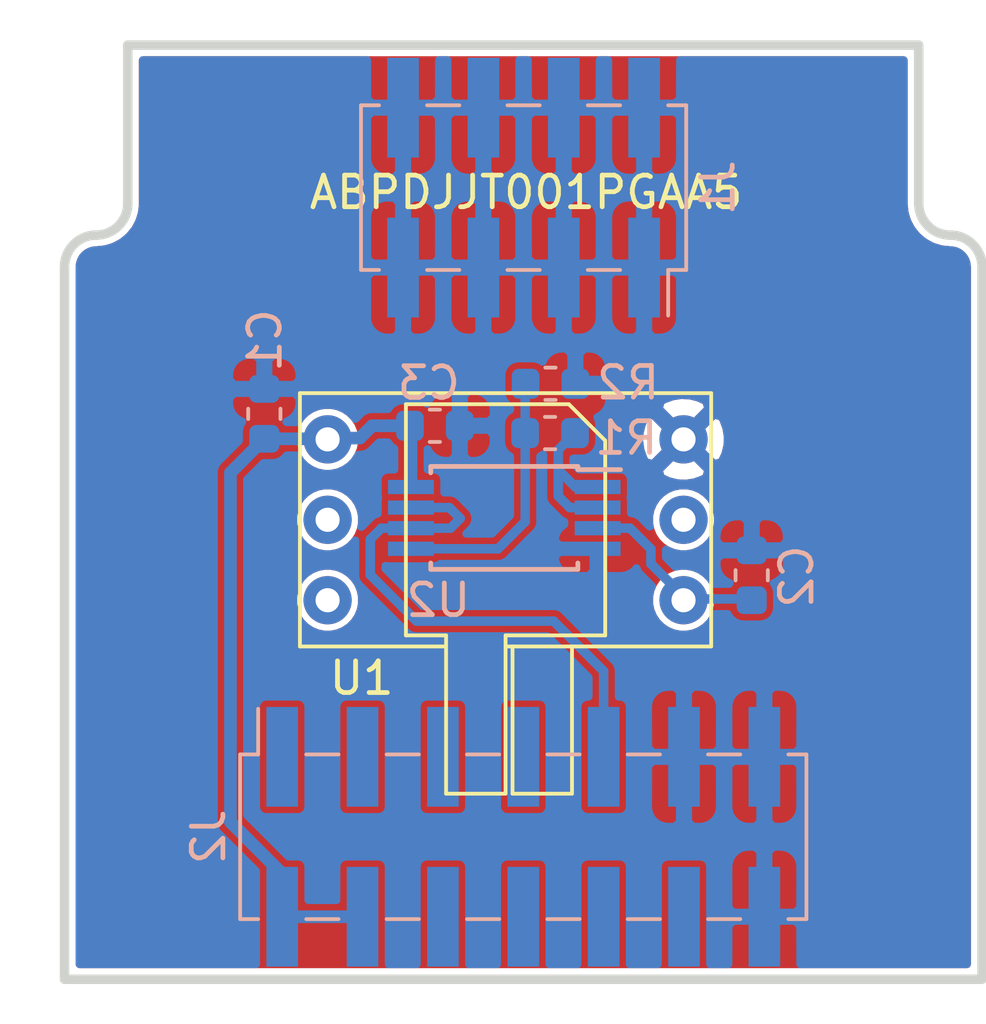
<source format=kicad_pcb>
(kicad_pcb (version 20171130) (host pcbnew 5.1.12-84ad8e8a86~92~ubuntu20.04.1)

  (general
    (thickness 1.6)
    (drawings 11)
    (tracks 42)
    (zones 0)
    (modules 9)
    (nets 17)
  )

  (page A4)
  (layers
    (0 F.Cu signal)
    (1 In1.Cu signal)
    (2 In2.Cu signal)
    (31 B.Cu signal)
    (32 B.Adhes user)
    (33 F.Adhes user)
    (34 B.Paste user)
    (35 F.Paste user)
    (36 B.SilkS user)
    (37 F.SilkS user)
    (38 B.Mask user)
    (39 F.Mask user)
    (40 Dwgs.User user)
    (41 Cmts.User user)
    (42 Eco1.User user)
    (43 Eco2.User user)
    (44 Edge.Cuts user)
    (45 Margin user)
    (46 B.CrtYd user)
    (47 F.CrtYd user)
    (48 B.Fab user hide)
    (49 F.Fab user hide)
  )

  (setup
    (last_trace_width 0.2)
    (user_trace_width 0.2)
    (user_trace_width 0.3)
    (user_trace_width 0.4)
    (user_trace_width 0.5)
    (user_trace_width 0.8)
    (user_trace_width 1)
    (user_trace_width 1.5)
    (user_trace_width 2)
    (user_trace_width 3)
    (trace_clearance 0.2)
    (zone_clearance 0.2)
    (zone_45_only yes)
    (trace_min 0.2)
    (via_size 0.8)
    (via_drill 0.4)
    (via_min_size 0.3)
    (via_min_drill 0.3)
    (user_via 0.6 0.3)
    (user_via 0.7 0.5)
    (user_via 1.2 0.8)
    (user_via 2 0.8)
    (uvia_size 0.8)
    (uvia_drill 0.4)
    (uvias_allowed no)
    (uvia_min_size 0.2)
    (uvia_min_drill 0.1)
    (edge_width 0.15)
    (segment_width 0.2)
    (pcb_text_width 0.3)
    (pcb_text_size 1.5 1.5)
    (mod_edge_width 0.15)
    (mod_text_size 1 1)
    (mod_text_width 0.15)
    (pad_size 0.6 1.65)
    (pad_drill 0)
    (pad_to_mask_clearance 0)
    (aux_axis_origin 0 0)
    (visible_elements FFFFFF7F)
    (pcbplotparams
      (layerselection 0x010f0_fffffff9)
      (usegerberextensions false)
      (usegerberattributes false)
      (usegerberadvancedattributes false)
      (creategerberjobfile false)
      (excludeedgelayer true)
      (linewidth 0.100000)
      (plotframeref false)
      (viasonmask false)
      (mode 1)
      (useauxorigin false)
      (hpglpennumber 1)
      (hpglpenspeed 20)
      (hpglpendiameter 15.000000)
      (psnegative false)
      (psa4output false)
      (plotreference true)
      (plotvalue false)
      (plotinvisibletext false)
      (padsonsilk false)
      (subtractmaskfromsilk false)
      (outputformat 1)
      (mirror false)
      (drillshape 0)
      (scaleselection 1)
      (outputdirectory "gerber/"))
  )

  (net 0 "")
  (net 1 GND)
  (net 2 "Net-(C2-Pad1)")
  (net 3 +5V)
  (net 4 +3V3)
  (net 5 /I2C_CLK)
  (net 6 /SPI_CS)
  (net 7 /I2C_SDA)
  (net 8 /SPI_CLK)
  (net 9 /Analog)
  (net 10 /SPI_MISO)
  (net 11 /SPI_MOSI)
  (net 12 "Net-(R1-Pad1)")
  (net 13 "Net-(R1-Pad2)")
  (net 14 "Net-(U1-Pad2)")
  (net 15 "Net-(U1-Pad4)")
  (net 16 "Net-(U1-Pad5)")

  (net_class Default "This is the default net class."
    (clearance 0.2)
    (trace_width 0.2)
    (via_dia 0.8)
    (via_drill 0.4)
    (uvia_dia 0.8)
    (uvia_drill 0.4)
    (add_net +3V3)
    (add_net +5V)
    (add_net /Analog)
    (add_net /I2C_CLK)
    (add_net /I2C_SDA)
    (add_net /SPI_CLK)
    (add_net /SPI_CS)
    (add_net /SPI_MISO)
    (add_net /SPI_MOSI)
    (add_net GND)
    (add_net "Net-(C2-Pad1)")
    (add_net "Net-(R1-Pad1)")
    (add_net "Net-(R1-Pad2)")
    (add_net "Net-(U1-Pad2)")
    (add_net "Net-(U1-Pad4)")
    (add_net "Net-(U1-Pad5)")
  )

  (module TH_project:DIP_JJ (layer F.Cu) (tedit 61A03B36) (tstamp 61A08A6B)
    (at 112.38992 45.06976 270)
    (path /61A0F268)
    (fp_text reference U1 (at 5 4.55) (layer F.SilkS)
      (effects (font (size 1 1) (thickness 0.15)))
    )
    (fp_text value ABPDJJT001PGAA5 (at 4.85 -3.2) (layer F.Fab)
      (effects (font (size 1 1) (thickness 0.15)))
    )
    (fp_line (start 4 -6.5) (end 4 0) (layer F.SilkS) (width 0.12))
    (fp_line (start 8.65 -0.22) (end 4 -0.22) (layer F.SilkS) (width 0.12))
    (fp_line (start 4 -2.1) (end 8.65 -2.1) (layer F.SilkS) (width 0.12))
    (fp_line (start 8.65 -2.1) (end 8.65 -0.22) (layer F.SilkS) (width 0.12))
    (fp_line (start 3.65 1.88) (end 3.65 3.15) (layer F.SilkS) (width 0.12))
    (fp_line (start 8.65 1.88) (end 3.65 1.88) (layer F.SilkS) (width 0.12))
    (fp_line (start 8.65 0) (end 8.65 1.88) (layer F.SilkS) (width 0.12))
    (fp_line (start 3.65 0) (end 8.65 0) (layer F.SilkS) (width 0.12))
    (fp_line (start -3.65 -2) (end -2.5 -3.15) (layer F.SilkS) (width 0.12))
    (fp_line (start -3.65 3.15) (end -3.65 -2) (layer F.SilkS) (width 0.12))
    (fp_line (start 3.65 3.15) (end -3.65 3.15) (layer F.SilkS) (width 0.12))
    (fp_line (start 3.65 -3.15) (end 3.65 0) (layer F.SilkS) (width 0.12))
    (fp_line (start -2.5 -3.15) (end 3.65 -3.15) (layer F.SilkS) (width 0.12))
    (fp_line (start -4 6.5) (end -4 -6.5) (layer F.SilkS) (width 0.12))
    (fp_line (start 4 6.5) (end -4 6.5) (layer F.SilkS) (width 0.12))
    (fp_line (start 4 1.9) (end 4 6.5) (layer F.SilkS) (width 0.12))
    (fp_line (start -4 -6.5) (end 4 -6.5) (layer F.SilkS) (width 0.12))
    (pad 1 thru_hole circle (at -2.54 -5.625 270) (size 1.524 1.524) (drill 0.762) (layers *.Cu *.Mask)
      (net 1 GND))
    (pad 2 thru_hole circle (at 0 -5.625 270) (size 1.524 1.524) (drill 0.762) (layers *.Cu *.Mask)
      (net 14 "Net-(U1-Pad2)"))
    (pad 3 thru_hole circle (at 2.54 -5.625 270) (size 1.524 1.524) (drill 0.762) (layers *.Cu *.Mask)
      (net 2 "Net-(C2-Pad1)"))
    (pad 4 thru_hole circle (at 2.54 5.625 270) (size 1.524 1.524) (drill 0.762) (layers *.Cu *.Mask)
      (net 15 "Net-(U1-Pad4)"))
    (pad 5 thru_hole circle (at 0 5.625 270) (size 1.524 1.524) (drill 0.762) (layers *.Cu *.Mask)
      (net 16 "Net-(U1-Pad5)"))
    (pad 6 thru_hole circle (at -2.54 5.625 270) (size 1.524 1.524) (drill 0.762) (layers *.Cu *.Mask)
      (net 3 +5V))
    (model ${KIPRJMOD}/../kicad-modules/shapes3d/abpdjjt001pgaa5.stp
      (offset (xyz 28 -33 5.5))
      (scale (xyz 1 1 1))
      (rotate (xyz 0 0 180))
    )
  )

  (module Capacitor_SMD:C_0603_1608Metric (layer B.Cu) (tedit 5B301BBE) (tstamp 61848314)
    (at 104.76484 41.72458 90)
    (descr "Capacitor SMD 0603 (1608 Metric), square (rectangular) end terminal, IPC_7351 nominal, (Body size source: http://www.tortai-tech.com/upload/download/2011102023233369053.pdf), generated with kicad-footprint-generator")
    (tags capacitor)
    (path /5EF4B509)
    (attr smd)
    (fp_text reference C1 (at 2.32156 0.01778 90) (layer B.SilkS)
      (effects (font (size 1 1) (thickness 0.15)) (justify mirror))
    )
    (fp_text value 0.1u (at 0 -1.43 90) (layer B.Fab)
      (effects (font (size 1 1) (thickness 0.15)) (justify mirror))
    )
    (fp_line (start 1.48 -0.73) (end -1.48 -0.73) (layer B.CrtYd) (width 0.05))
    (fp_line (start 1.48 0.73) (end 1.48 -0.73) (layer B.CrtYd) (width 0.05))
    (fp_line (start -1.48 0.73) (end 1.48 0.73) (layer B.CrtYd) (width 0.05))
    (fp_line (start -1.48 -0.73) (end -1.48 0.73) (layer B.CrtYd) (width 0.05))
    (fp_line (start -0.162779 -0.51) (end 0.162779 -0.51) (layer B.SilkS) (width 0.12))
    (fp_line (start -0.162779 0.51) (end 0.162779 0.51) (layer B.SilkS) (width 0.12))
    (fp_line (start 0.8 -0.4) (end -0.8 -0.4) (layer B.Fab) (width 0.1))
    (fp_line (start 0.8 0.4) (end 0.8 -0.4) (layer B.Fab) (width 0.1))
    (fp_line (start -0.8 0.4) (end 0.8 0.4) (layer B.Fab) (width 0.1))
    (fp_line (start -0.8 -0.4) (end -0.8 0.4) (layer B.Fab) (width 0.1))
    (fp_text user %R (at 0 0 90) (layer B.Fab)
      (effects (font (size 0.4 0.4) (thickness 0.06)) (justify mirror))
    )
    (pad 1 smd roundrect (at -0.7875 0 90) (size 0.875 0.95) (layers B.Cu B.Paste B.Mask) (roundrect_rratio 0.25)
      (net 3 +5V))
    (pad 2 smd roundrect (at 0.7875 0 90) (size 0.875 0.95) (layers B.Cu B.Paste B.Mask) (roundrect_rratio 0.25)
      (net 1 GND))
    (model ${KISYS3DMOD}/Capacitor_SMD.3dshapes/C_0603_1608Metric.wrl
      (at (xyz 0 0 0))
      (scale (xyz 1 1 1))
      (rotate (xyz 0 0 0))
    )
  )

  (module Capacitor_SMD:C_0603_1608Metric (layer B.Cu) (tedit 5B301BBE) (tstamp 5EFE74DE)
    (at 120.16994 46.82236 90)
    (descr "Capacitor SMD 0603 (1608 Metric), square (rectangular) end terminal, IPC_7351 nominal, (Body size source: http://www.tortai-tech.com/upload/download/2011102023233369053.pdf), generated with kicad-footprint-generator")
    (tags capacitor)
    (path /5EF4E99C)
    (attr smd)
    (fp_text reference C2 (at -0.04 1.42 90) (layer B.SilkS)
      (effects (font (size 1 1) (thickness 0.15)) (justify mirror))
    )
    (fp_text value 1n (at 0 -1.43 90) (layer B.Fab)
      (effects (font (size 1 1) (thickness 0.15)) (justify mirror))
    )
    (fp_line (start -0.8 -0.4) (end -0.8 0.4) (layer B.Fab) (width 0.1))
    (fp_line (start -0.8 0.4) (end 0.8 0.4) (layer B.Fab) (width 0.1))
    (fp_line (start 0.8 0.4) (end 0.8 -0.4) (layer B.Fab) (width 0.1))
    (fp_line (start 0.8 -0.4) (end -0.8 -0.4) (layer B.Fab) (width 0.1))
    (fp_line (start -0.162779 0.51) (end 0.162779 0.51) (layer B.SilkS) (width 0.12))
    (fp_line (start -0.162779 -0.51) (end 0.162779 -0.51) (layer B.SilkS) (width 0.12))
    (fp_line (start -1.48 -0.73) (end -1.48 0.73) (layer B.CrtYd) (width 0.05))
    (fp_line (start -1.48 0.73) (end 1.48 0.73) (layer B.CrtYd) (width 0.05))
    (fp_line (start 1.48 0.73) (end 1.48 -0.73) (layer B.CrtYd) (width 0.05))
    (fp_line (start 1.48 -0.73) (end -1.48 -0.73) (layer B.CrtYd) (width 0.05))
    (fp_text user %R (at 0 0 90) (layer B.Fab)
      (effects (font (size 0.4 0.4) (thickness 0.06)) (justify mirror))
    )
    (pad 2 smd roundrect (at 0.7875 0 90) (size 0.875 0.95) (layers B.Cu B.Paste B.Mask) (roundrect_rratio 0.25)
      (net 1 GND))
    (pad 1 smd roundrect (at -0.7875 0 90) (size 0.875 0.95) (layers B.Cu B.Paste B.Mask) (roundrect_rratio 0.25)
      (net 2 "Net-(C2-Pad1)"))
    (model ${KISYS3DMOD}/Capacitor_SMD.3dshapes/C_0603_1608Metric.wrl
      (at (xyz 0 0 0))
      (scale (xyz 1 1 1))
      (rotate (xyz 0 0 0))
    )
  )

  (module Resistor_SMD:R_0603_1608Metric (layer B.Cu) (tedit 5B301BBD) (tstamp 5F07E957)
    (at 113.79708 42.33164)
    (descr "Resistor SMD 0603 (1608 Metric), square (rectangular) end terminal, IPC_7351 nominal, (Body size source: http://www.tortai-tech.com/upload/download/2011102023233369053.pdf), generated with kicad-footprint-generator")
    (tags resistor)
    (path /5EF4514E)
    (attr smd)
    (fp_text reference R1 (at 2.40792 0.15494) (layer B.SilkS)
      (effects (font (size 1 1) (thickness 0.15)) (justify mirror))
    )
    (fp_text value 11k3 (at 0 -1.43) (layer B.Fab)
      (effects (font (size 1 1) (thickness 0.15)) (justify mirror))
    )
    (fp_line (start 1.48 -0.73) (end -1.48 -0.73) (layer B.CrtYd) (width 0.05))
    (fp_line (start 1.48 0.73) (end 1.48 -0.73) (layer B.CrtYd) (width 0.05))
    (fp_line (start -1.48 0.73) (end 1.48 0.73) (layer B.CrtYd) (width 0.05))
    (fp_line (start -1.48 -0.73) (end -1.48 0.73) (layer B.CrtYd) (width 0.05))
    (fp_line (start -0.162779 -0.51) (end 0.162779 -0.51) (layer B.SilkS) (width 0.12))
    (fp_line (start -0.162779 0.51) (end 0.162779 0.51) (layer B.SilkS) (width 0.12))
    (fp_line (start 0.8 -0.4) (end -0.8 -0.4) (layer B.Fab) (width 0.1))
    (fp_line (start 0.8 0.4) (end 0.8 -0.4) (layer B.Fab) (width 0.1))
    (fp_line (start -0.8 0.4) (end 0.8 0.4) (layer B.Fab) (width 0.1))
    (fp_line (start -0.8 -0.4) (end -0.8 0.4) (layer B.Fab) (width 0.1))
    (fp_text user %R (at 0 0) (layer B.Fab)
      (effects (font (size 0.4 0.4) (thickness 0.06)) (justify mirror))
    )
    (pad 1 smd roundrect (at -0.7875 0) (size 0.875 0.95) (layers B.Cu B.Paste B.Mask) (roundrect_rratio 0.25)
      (net 12 "Net-(R1-Pad1)"))
    (pad 2 smd roundrect (at 0.7875 0) (size 0.875 0.95) (layers B.Cu B.Paste B.Mask) (roundrect_rratio 0.25)
      (net 13 "Net-(R1-Pad2)"))
    (model ${KISYS3DMOD}/Resistor_SMD.3dshapes/R_0603_1608Metric.wrl
      (at (xyz 0 0 0))
      (scale (xyz 1 1 1))
      (rotate (xyz 0 0 0))
    )
  )

  (module Resistor_SMD:R_0603_1608Metric (layer B.Cu) (tedit 5B301BBD) (tstamp 5F07E987)
    (at 113.80978 40.77462)
    (descr "Resistor SMD 0603 (1608 Metric), square (rectangular) end terminal, IPC_7351 nominal, (Body size source: http://www.tortai-tech.com/upload/download/2011102023233369053.pdf), generated with kicad-footprint-generator")
    (tags resistor)
    (path /5EF45EC3)
    (attr smd)
    (fp_text reference R2 (at 2.4511 -0.03302) (layer B.SilkS)
      (effects (font (size 1 1) (thickness 0.15)) (justify mirror))
    )
    (fp_text value 22k (at 0 -1.43) (layer B.Fab)
      (effects (font (size 1 1) (thickness 0.15)) (justify mirror))
    )
    (fp_line (start -0.8 -0.4) (end -0.8 0.4) (layer B.Fab) (width 0.1))
    (fp_line (start -0.8 0.4) (end 0.8 0.4) (layer B.Fab) (width 0.1))
    (fp_line (start 0.8 0.4) (end 0.8 -0.4) (layer B.Fab) (width 0.1))
    (fp_line (start 0.8 -0.4) (end -0.8 -0.4) (layer B.Fab) (width 0.1))
    (fp_line (start -0.162779 0.51) (end 0.162779 0.51) (layer B.SilkS) (width 0.12))
    (fp_line (start -0.162779 -0.51) (end 0.162779 -0.51) (layer B.SilkS) (width 0.12))
    (fp_line (start -1.48 -0.73) (end -1.48 0.73) (layer B.CrtYd) (width 0.05))
    (fp_line (start -1.48 0.73) (end 1.48 0.73) (layer B.CrtYd) (width 0.05))
    (fp_line (start 1.48 0.73) (end 1.48 -0.73) (layer B.CrtYd) (width 0.05))
    (fp_line (start 1.48 -0.73) (end -1.48 -0.73) (layer B.CrtYd) (width 0.05))
    (fp_text user %R (at 0 0) (layer B.Fab)
      (effects (font (size 0.4 0.4) (thickness 0.06)) (justify mirror))
    )
    (pad 2 smd roundrect (at 0.7875 0) (size 0.875 0.95) (layers B.Cu B.Paste B.Mask) (roundrect_rratio 0.25)
      (net 1 GND))
    (pad 1 smd roundrect (at -0.7875 0) (size 0.875 0.95) (layers B.Cu B.Paste B.Mask) (roundrect_rratio 0.25)
      (net 12 "Net-(R1-Pad1)"))
    (model ${KISYS3DMOD}/Resistor_SMD.3dshapes/R_0603_1608Metric.wrl
      (at (xyz 0 0 0))
      (scale (xyz 1 1 1))
      (rotate (xyz 0 0 0))
    )
  )

  (module Connector_PinHeader_2.54mm:PinHeader_2x07_P2.54mm_Vertical_SMD (layer B.Cu) (tedit 59FED5CC) (tstamp 5EF49BE1)
    (at 112.95 55.08 270)
    (descr "surface-mounted straight pin header, 2x07, 2.54mm pitch, double rows")
    (tags "Surface mounted pin header SMD 2x07 2.54mm double row")
    (path /5EF420CD)
    (attr smd)
    (fp_text reference J2 (at 0 9.95 90) (layer B.SilkS)
      (effects (font (size 1 1) (thickness 0.15)) (justify mirror))
    )
    (fp_text value Conn_02x07_Odd_Even (at 0 -9.95 90) (layer B.Fab)
      (effects (font (size 1 1) (thickness 0.15)) (justify mirror))
    )
    (fp_line (start 5.9 9.4) (end -5.9 9.4) (layer B.CrtYd) (width 0.05))
    (fp_line (start 5.9 -9.4) (end 5.9 9.4) (layer B.CrtYd) (width 0.05))
    (fp_line (start -5.9 -9.4) (end 5.9 -9.4) (layer B.CrtYd) (width 0.05))
    (fp_line (start -5.9 9.4) (end -5.9 -9.4) (layer B.CrtYd) (width 0.05))
    (fp_line (start 2.6 -5.84) (end 2.6 -6.86) (layer B.SilkS) (width 0.12))
    (fp_line (start -2.6 -5.84) (end -2.6 -6.86) (layer B.SilkS) (width 0.12))
    (fp_line (start 2.6 -3.3) (end 2.6 -4.32) (layer B.SilkS) (width 0.12))
    (fp_line (start -2.6 -3.3) (end -2.6 -4.32) (layer B.SilkS) (width 0.12))
    (fp_line (start 2.6 -0.76) (end 2.6 -1.78) (layer B.SilkS) (width 0.12))
    (fp_line (start -2.6 -0.76) (end -2.6 -1.78) (layer B.SilkS) (width 0.12))
    (fp_line (start 2.6 1.78) (end 2.6 0.76) (layer B.SilkS) (width 0.12))
    (fp_line (start -2.6 1.78) (end -2.6 0.76) (layer B.SilkS) (width 0.12))
    (fp_line (start 2.6 4.32) (end 2.6 3.3) (layer B.SilkS) (width 0.12))
    (fp_line (start -2.6 4.32) (end -2.6 3.3) (layer B.SilkS) (width 0.12))
    (fp_line (start 2.6 6.86) (end 2.6 5.84) (layer B.SilkS) (width 0.12))
    (fp_line (start -2.6 6.86) (end -2.6 5.84) (layer B.SilkS) (width 0.12))
    (fp_line (start 2.6 -8.38) (end 2.6 -8.95) (layer B.SilkS) (width 0.12))
    (fp_line (start -2.6 -8.38) (end -2.6 -8.95) (layer B.SilkS) (width 0.12))
    (fp_line (start 2.6 8.95) (end 2.6 8.38) (layer B.SilkS) (width 0.12))
    (fp_line (start -2.6 8.95) (end -2.6 8.38) (layer B.SilkS) (width 0.12))
    (fp_line (start -4.04 8.38) (end -2.6 8.38) (layer B.SilkS) (width 0.12))
    (fp_line (start -2.6 -8.95) (end 2.6 -8.95) (layer B.SilkS) (width 0.12))
    (fp_line (start -2.6 8.95) (end 2.6 8.95) (layer B.SilkS) (width 0.12))
    (fp_line (start 3.6 -7.94) (end 2.54 -7.94) (layer B.Fab) (width 0.1))
    (fp_line (start 3.6 -7.3) (end 3.6 -7.94) (layer B.Fab) (width 0.1))
    (fp_line (start 2.54 -7.3) (end 3.6 -7.3) (layer B.Fab) (width 0.1))
    (fp_line (start -3.6 -7.94) (end -2.54 -7.94) (layer B.Fab) (width 0.1))
    (fp_line (start -3.6 -7.3) (end -3.6 -7.94) (layer B.Fab) (width 0.1))
    (fp_line (start -2.54 -7.3) (end -3.6 -7.3) (layer B.Fab) (width 0.1))
    (fp_line (start 3.6 -5.4) (end 2.54 -5.4) (layer B.Fab) (width 0.1))
    (fp_line (start 3.6 -4.76) (end 3.6 -5.4) (layer B.Fab) (width 0.1))
    (fp_line (start 2.54 -4.76) (end 3.6 -4.76) (layer B.Fab) (width 0.1))
    (fp_line (start -3.6 -5.4) (end -2.54 -5.4) (layer B.Fab) (width 0.1))
    (fp_line (start -3.6 -4.76) (end -3.6 -5.4) (layer B.Fab) (width 0.1))
    (fp_line (start -2.54 -4.76) (end -3.6 -4.76) (layer B.Fab) (width 0.1))
    (fp_line (start 3.6 -2.86) (end 2.54 -2.86) (layer B.Fab) (width 0.1))
    (fp_line (start 3.6 -2.22) (end 3.6 -2.86) (layer B.Fab) (width 0.1))
    (fp_line (start 2.54 -2.22) (end 3.6 -2.22) (layer B.Fab) (width 0.1))
    (fp_line (start -3.6 -2.86) (end -2.54 -2.86) (layer B.Fab) (width 0.1))
    (fp_line (start -3.6 -2.22) (end -3.6 -2.86) (layer B.Fab) (width 0.1))
    (fp_line (start -2.54 -2.22) (end -3.6 -2.22) (layer B.Fab) (width 0.1))
    (fp_line (start 3.6 -0.32) (end 2.54 -0.32) (layer B.Fab) (width 0.1))
    (fp_line (start 3.6 0.32) (end 3.6 -0.32) (layer B.Fab) (width 0.1))
    (fp_line (start 2.54 0.32) (end 3.6 0.32) (layer B.Fab) (width 0.1))
    (fp_line (start -3.6 -0.32) (end -2.54 -0.32) (layer B.Fab) (width 0.1))
    (fp_line (start -3.6 0.32) (end -3.6 -0.32) (layer B.Fab) (width 0.1))
    (fp_line (start -2.54 0.32) (end -3.6 0.32) (layer B.Fab) (width 0.1))
    (fp_line (start 3.6 2.22) (end 2.54 2.22) (layer B.Fab) (width 0.1))
    (fp_line (start 3.6 2.86) (end 3.6 2.22) (layer B.Fab) (width 0.1))
    (fp_line (start 2.54 2.86) (end 3.6 2.86) (layer B.Fab) (width 0.1))
    (fp_line (start -3.6 2.22) (end -2.54 2.22) (layer B.Fab) (width 0.1))
    (fp_line (start -3.6 2.86) (end -3.6 2.22) (layer B.Fab) (width 0.1))
    (fp_line (start -2.54 2.86) (end -3.6 2.86) (layer B.Fab) (width 0.1))
    (fp_line (start 3.6 4.76) (end 2.54 4.76) (layer B.Fab) (width 0.1))
    (fp_line (start 3.6 5.4) (end 3.6 4.76) (layer B.Fab) (width 0.1))
    (fp_line (start 2.54 5.4) (end 3.6 5.4) (layer B.Fab) (width 0.1))
    (fp_line (start -3.6 4.76) (end -2.54 4.76) (layer B.Fab) (width 0.1))
    (fp_line (start -3.6 5.4) (end -3.6 4.76) (layer B.Fab) (width 0.1))
    (fp_line (start -2.54 5.4) (end -3.6 5.4) (layer B.Fab) (width 0.1))
    (fp_line (start 3.6 7.3) (end 2.54 7.3) (layer B.Fab) (width 0.1))
    (fp_line (start 3.6 7.94) (end 3.6 7.3) (layer B.Fab) (width 0.1))
    (fp_line (start 2.54 7.94) (end 3.6 7.94) (layer B.Fab) (width 0.1))
    (fp_line (start -3.6 7.3) (end -2.54 7.3) (layer B.Fab) (width 0.1))
    (fp_line (start -3.6 7.94) (end -3.6 7.3) (layer B.Fab) (width 0.1))
    (fp_line (start -2.54 7.94) (end -3.6 7.94) (layer B.Fab) (width 0.1))
    (fp_line (start 2.54 8.89) (end 2.54 -8.89) (layer B.Fab) (width 0.1))
    (fp_line (start -2.54 7.94) (end -1.59 8.89) (layer B.Fab) (width 0.1))
    (fp_line (start -2.54 -8.89) (end -2.54 7.94) (layer B.Fab) (width 0.1))
    (fp_line (start -1.59 8.89) (end 2.54 8.89) (layer B.Fab) (width 0.1))
    (fp_line (start 2.54 -8.89) (end -2.54 -8.89) (layer B.Fab) (width 0.1))
    (fp_text user %R (at 0 0 180) (layer B.Fab)
      (effects (font (size 1 1) (thickness 0.15)) (justify mirror))
    )
    (pad 1 smd rect (at -2.525 7.62 270) (size 3.15 1) (layers B.Cu B.Paste B.Mask)
      (net 4 +3V3))
    (pad 2 smd rect (at 2.525 7.62 270) (size 3.15 1) (layers B.Cu B.Paste B.Mask)
      (net 3 +5V))
    (pad 3 smd rect (at -2.525 5.08 270) (size 3.15 1) (layers B.Cu B.Paste B.Mask)
      (net 4 +3V3))
    (pad 4 smd rect (at 2.525 5.08 270) (size 3.15 1) (layers B.Cu B.Paste B.Mask)
      (net 3 +5V))
    (pad 5 smd rect (at -2.525 2.54 270) (size 3.15 1) (layers B.Cu B.Paste B.Mask)
      (net 5 /I2C_CLK))
    (pad 6 smd rect (at 2.525 2.54 270) (size 3.15 1) (layers B.Cu B.Paste B.Mask)
      (net 6 /SPI_CS))
    (pad 7 smd rect (at -2.525 0 270) (size 3.15 1) (layers B.Cu B.Paste B.Mask)
      (net 7 /I2C_SDA))
    (pad 8 smd rect (at 2.525 0 270) (size 3.15 1) (layers B.Cu B.Paste B.Mask)
      (net 8 /SPI_CLK))
    (pad 9 smd rect (at -2.525 -2.54 270) (size 3.15 1) (layers B.Cu B.Paste B.Mask)
      (net 9 /Analog))
    (pad 10 smd rect (at 2.525 -2.54 270) (size 3.15 1) (layers B.Cu B.Paste B.Mask)
      (net 10 /SPI_MISO))
    (pad 11 smd rect (at -2.525 -5.08 270) (size 3.15 1) (layers B.Cu B.Paste B.Mask)
      (net 1 GND))
    (pad 12 smd rect (at 2.525 -5.08 270) (size 3.15 1) (layers B.Cu B.Paste B.Mask)
      (net 11 /SPI_MOSI))
    (pad 13 smd rect (at -2.525 -7.62 270) (size 3.15 1) (layers B.Cu B.Paste B.Mask)
      (net 1 GND))
    (pad 14 smd rect (at 2.525 -7.62 270) (size 3.15 1) (layers B.Cu B.Paste B.Mask)
      (net 1 GND))
    (model ${KISYS3DMOD}/Connector_PinHeader_2.54mm.3dshapes/PinHeader_2x07_P2.54mm_Vertical_SMD.wrl
      (at (xyz 0 0 0))
      (scale (xyz 1 1 1))
      (rotate (xyz 0 0 0))
    )
  )

  (module Connector_PinHeader_2.54mm:PinHeader_2x04_P2.54mm_Vertical_SMD locked (layer B.Cu) (tedit 59FED5CC) (tstamp 5EF49E0D)
    (at 112.96 34.58 90)
    (descr "surface-mounted straight pin header, 2x04, 2.54mm pitch, double rows")
    (tags "Surface mounted pin header SMD 2x04 2.54mm double row")
    (path /5EF3F442)
    (attr smd)
    (fp_text reference J1 (at 0 6.14 90) (layer B.SilkS)
      (effects (font (size 1 1) (thickness 0.15)) (justify mirror))
    )
    (fp_text value Conn_02x04_Odd_Even (at 0 -6.14 90) (layer B.Fab)
      (effects (font (size 1 1) (thickness 0.15)) (justify mirror))
    )
    (fp_line (start 5.9 5.6) (end -5.9 5.6) (layer B.CrtYd) (width 0.05))
    (fp_line (start 5.9 -5.6) (end 5.9 5.6) (layer B.CrtYd) (width 0.05))
    (fp_line (start -5.9 -5.6) (end 5.9 -5.6) (layer B.CrtYd) (width 0.05))
    (fp_line (start -5.9 5.6) (end -5.9 -5.6) (layer B.CrtYd) (width 0.05))
    (fp_line (start 2.6 -2.03) (end 2.6 -3.05) (layer B.SilkS) (width 0.12))
    (fp_line (start -2.6 -2.03) (end -2.6 -3.05) (layer B.SilkS) (width 0.12))
    (fp_line (start 2.6 0.51) (end 2.6 -0.51) (layer B.SilkS) (width 0.12))
    (fp_line (start -2.6 0.51) (end -2.6 -0.51) (layer B.SilkS) (width 0.12))
    (fp_line (start 2.6 3.05) (end 2.6 2.03) (layer B.SilkS) (width 0.12))
    (fp_line (start -2.6 3.05) (end -2.6 2.03) (layer B.SilkS) (width 0.12))
    (fp_line (start 2.6 -4.57) (end 2.6 -5.14) (layer B.SilkS) (width 0.12))
    (fp_line (start -2.6 -4.57) (end -2.6 -5.14) (layer B.SilkS) (width 0.12))
    (fp_line (start 2.6 5.14) (end 2.6 4.57) (layer B.SilkS) (width 0.12))
    (fp_line (start -2.6 5.14) (end -2.6 4.57) (layer B.SilkS) (width 0.12))
    (fp_line (start -4.04 4.57) (end -2.6 4.57) (layer B.SilkS) (width 0.12))
    (fp_line (start -2.6 -5.14) (end 2.6 -5.14) (layer B.SilkS) (width 0.12))
    (fp_line (start -2.6 5.14) (end 2.6 5.14) (layer B.SilkS) (width 0.12))
    (fp_line (start 3.6 -4.13) (end 2.54 -4.13) (layer B.Fab) (width 0.1))
    (fp_line (start 3.6 -3.49) (end 3.6 -4.13) (layer B.Fab) (width 0.1))
    (fp_line (start 2.54 -3.49) (end 3.6 -3.49) (layer B.Fab) (width 0.1))
    (fp_line (start -3.6 -4.13) (end -2.54 -4.13) (layer B.Fab) (width 0.1))
    (fp_line (start -3.6 -3.49) (end -3.6 -4.13) (layer B.Fab) (width 0.1))
    (fp_line (start -2.54 -3.49) (end -3.6 -3.49) (layer B.Fab) (width 0.1))
    (fp_line (start 3.6 -1.59) (end 2.54 -1.59) (layer B.Fab) (width 0.1))
    (fp_line (start 3.6 -0.95) (end 3.6 -1.59) (layer B.Fab) (width 0.1))
    (fp_line (start 2.54 -0.95) (end 3.6 -0.95) (layer B.Fab) (width 0.1))
    (fp_line (start -3.6 -1.59) (end -2.54 -1.59) (layer B.Fab) (width 0.1))
    (fp_line (start -3.6 -0.95) (end -3.6 -1.59) (layer B.Fab) (width 0.1))
    (fp_line (start -2.54 -0.95) (end -3.6 -0.95) (layer B.Fab) (width 0.1))
    (fp_line (start 3.6 0.95) (end 2.54 0.95) (layer B.Fab) (width 0.1))
    (fp_line (start 3.6 1.59) (end 3.6 0.95) (layer B.Fab) (width 0.1))
    (fp_line (start 2.54 1.59) (end 3.6 1.59) (layer B.Fab) (width 0.1))
    (fp_line (start -3.6 0.95) (end -2.54 0.95) (layer B.Fab) (width 0.1))
    (fp_line (start -3.6 1.59) (end -3.6 0.95) (layer B.Fab) (width 0.1))
    (fp_line (start -2.54 1.59) (end -3.6 1.59) (layer B.Fab) (width 0.1))
    (fp_line (start 3.6 3.49) (end 2.54 3.49) (layer B.Fab) (width 0.1))
    (fp_line (start 3.6 4.13) (end 3.6 3.49) (layer B.Fab) (width 0.1))
    (fp_line (start 2.54 4.13) (end 3.6 4.13) (layer B.Fab) (width 0.1))
    (fp_line (start -3.6 3.49) (end -2.54 3.49) (layer B.Fab) (width 0.1))
    (fp_line (start -3.6 4.13) (end -3.6 3.49) (layer B.Fab) (width 0.1))
    (fp_line (start -2.54 4.13) (end -3.6 4.13) (layer B.Fab) (width 0.1))
    (fp_line (start 2.54 5.08) (end 2.54 -5.08) (layer B.Fab) (width 0.1))
    (fp_line (start -2.54 4.13) (end -1.59 5.08) (layer B.Fab) (width 0.1))
    (fp_line (start -2.54 -5.08) (end -2.54 4.13) (layer B.Fab) (width 0.1))
    (fp_line (start -1.59 5.08) (end 2.54 5.08) (layer B.Fab) (width 0.1))
    (fp_line (start 2.54 -5.08) (end -2.54 -5.08) (layer B.Fab) (width 0.1))
    (fp_text user %R (at 0 0 180) (layer B.Fab)
      (effects (font (size 1 1) (thickness 0.15)) (justify mirror))
    )
    (pad 1 smd rect (at -2.525 3.81 90) (size 3.15 1) (layers B.Cu B.Paste B.Mask)
      (net 1 GND))
    (pad 2 smd rect (at 2.525 3.81 90) (size 3.15 1) (layers B.Cu B.Paste B.Mask)
      (net 1 GND))
    (pad 3 smd rect (at -2.525 1.27 90) (size 3.15 1) (layers B.Cu B.Paste B.Mask)
      (net 1 GND))
    (pad 4 smd rect (at 2.525 1.27 90) (size 3.15 1) (layers B.Cu B.Paste B.Mask)
      (net 1 GND))
    (pad 5 smd rect (at -2.525 -1.27 90) (size 3.15 1) (layers B.Cu B.Paste B.Mask)
      (net 1 GND))
    (pad 6 smd rect (at 2.525 -1.27 90) (size 3.15 1) (layers B.Cu B.Paste B.Mask)
      (net 1 GND))
    (pad 7 smd rect (at -2.525 -3.81 90) (size 3.15 1) (layers B.Cu B.Paste B.Mask)
      (net 1 GND))
    (pad 8 smd rect (at 2.525 -3.81 90) (size 3.15 1) (layers B.Cu B.Paste B.Mask)
      (net 1 GND))
    (model ${KISYS3DMOD}/Connector_PinHeader_2.54mm.3dshapes/PinHeader_2x04_P2.54mm_Vertical_SMD.wrl
      (at (xyz 0 0 0))
      (scale (xyz 1 1 1))
      (rotate (xyz 0 0 0))
    )
  )

  (module Package_SO:TSSOP-8_4.4x3mm_P0.65mm (layer B.Cu) (tedit 5A02F25C) (tstamp 5F07E9C6)
    (at 112.35 45.01 180)
    (descr "8-Lead Plastic Thin Shrink Small Outline (ST)-4.4 mm Body [TSSOP] (see Microchip Packaging Specification 00000049BS.pdf)")
    (tags "SSOP 0.65")
    (path /5EFE46C6)
    (attr smd)
    (fp_text reference U2 (at 2.08606 -2.59976) (layer B.SilkS)
      (effects (font (size 1 1) (thickness 0.15)) (justify mirror))
    )
    (fp_text value LM358 (at 0 -2.55) (layer B.Fab)
      (effects (font (size 1 1) (thickness 0.15)) (justify mirror))
    )
    (fp_line (start -2.325 1.525) (end -3.675 1.525) (layer B.SilkS) (width 0.15))
    (fp_line (start -2.325 -1.625) (end 2.325 -1.625) (layer B.SilkS) (width 0.15))
    (fp_line (start -2.325 1.625) (end 2.325 1.625) (layer B.SilkS) (width 0.15))
    (fp_line (start -2.325 -1.625) (end -2.325 -1.425) (layer B.SilkS) (width 0.15))
    (fp_line (start 2.325 -1.625) (end 2.325 -1.425) (layer B.SilkS) (width 0.15))
    (fp_line (start 2.325 1.625) (end 2.325 1.425) (layer B.SilkS) (width 0.15))
    (fp_line (start -2.325 1.625) (end -2.325 1.525) (layer B.SilkS) (width 0.15))
    (fp_line (start -3.95 -1.8) (end 3.95 -1.8) (layer B.CrtYd) (width 0.05))
    (fp_line (start -3.95 1.8) (end 3.95 1.8) (layer B.CrtYd) (width 0.05))
    (fp_line (start 3.95 1.8) (end 3.95 -1.8) (layer B.CrtYd) (width 0.05))
    (fp_line (start -3.95 1.8) (end -3.95 -1.8) (layer B.CrtYd) (width 0.05))
    (fp_line (start -2.2 0.5) (end -1.2 1.5) (layer B.Fab) (width 0.15))
    (fp_line (start -2.2 -1.5) (end -2.2 0.5) (layer B.Fab) (width 0.15))
    (fp_line (start 2.2 -1.5) (end -2.2 -1.5) (layer B.Fab) (width 0.15))
    (fp_line (start 2.2 1.5) (end 2.2 -1.5) (layer B.Fab) (width 0.15))
    (fp_line (start -1.2 1.5) (end 2.2 1.5) (layer B.Fab) (width 0.15))
    (fp_text user %R (at 0 0) (layer B.Fab)
      (effects (font (size 0.7 0.7) (thickness 0.15)) (justify mirror))
    )
    (pad 1 smd rect (at -2.95 0.975 180) (size 1.45 0.45) (layers B.Cu B.Paste B.Mask)
      (net 13 "Net-(R1-Pad2)"))
    (pad 2 smd rect (at -2.95 0.325 180) (size 1.45 0.45) (layers B.Cu B.Paste B.Mask)
      (net 13 "Net-(R1-Pad2)"))
    (pad 3 smd rect (at -2.95 -0.325 180) (size 1.45 0.45) (layers B.Cu B.Paste B.Mask)
      (net 2 "Net-(C2-Pad1)"))
    (pad 4 smd rect (at -2.95 -0.975 180) (size 1.45 0.45) (layers B.Cu B.Paste B.Mask)
      (net 1 GND))
    (pad 5 smd rect (at 2.95 -0.975 180) (size 1.45 0.45) (layers B.Cu B.Paste B.Mask)
      (net 12 "Net-(R1-Pad1)"))
    (pad 6 smd rect (at 2.95 -0.325 180) (size 1.45 0.45) (layers B.Cu B.Paste B.Mask)
      (net 9 /Analog))
    (pad 7 smd rect (at 2.95 0.325 180) (size 1.45 0.45) (layers B.Cu B.Paste B.Mask)
      (net 9 /Analog))
    (pad 8 smd rect (at 2.95 0.975 180) (size 1.45 0.45) (layers B.Cu B.Paste B.Mask)
      (net 3 +5V))
    (model ${KISYS3DMOD}/Package_SO.3dshapes/TSSOP-8_4.4x3mm_P0.65mm.wrl
      (at (xyz 0 0 0))
      (scale (xyz 1 1 1))
      (rotate (xyz 0 0 0))
    )
  )

  (module Capacitor_SMD:C_0603_1608Metric (layer B.Cu) (tedit 5B301BBE) (tstamp 5F07E424)
    (at 110.15472 42.1005)
    (descr "Capacitor SMD 0603 (1608 Metric), square (rectangular) end terminal, IPC_7351 nominal, (Body size source: http://www.tortai-tech.com/upload/download/2011102023233369053.pdf), generated with kicad-footprint-generator")
    (tags capacitor)
    (path /5F080BFC)
    (attr smd)
    (fp_text reference C3 (at -0.19 -1.35) (layer B.SilkS)
      (effects (font (size 1 1) (thickness 0.15)) (justify mirror))
    )
    (fp_text value 0.1u (at 0 -1.43) (layer B.Fab)
      (effects (font (size 1 1) (thickness 0.15)) (justify mirror))
    )
    (fp_line (start 1.48 -0.73) (end -1.48 -0.73) (layer B.CrtYd) (width 0.05))
    (fp_line (start 1.48 0.73) (end 1.48 -0.73) (layer B.CrtYd) (width 0.05))
    (fp_line (start -1.48 0.73) (end 1.48 0.73) (layer B.CrtYd) (width 0.05))
    (fp_line (start -1.48 -0.73) (end -1.48 0.73) (layer B.CrtYd) (width 0.05))
    (fp_line (start -0.162779 -0.51) (end 0.162779 -0.51) (layer B.SilkS) (width 0.12))
    (fp_line (start -0.162779 0.51) (end 0.162779 0.51) (layer B.SilkS) (width 0.12))
    (fp_line (start 0.8 -0.4) (end -0.8 -0.4) (layer B.Fab) (width 0.1))
    (fp_line (start 0.8 0.4) (end 0.8 -0.4) (layer B.Fab) (width 0.1))
    (fp_line (start -0.8 0.4) (end 0.8 0.4) (layer B.Fab) (width 0.1))
    (fp_line (start -0.8 -0.4) (end -0.8 0.4) (layer B.Fab) (width 0.1))
    (fp_text user %R (at 0 0) (layer B.Fab)
      (effects (font (size 0.4 0.4) (thickness 0.06)) (justify mirror))
    )
    (pad 1 smd roundrect (at -0.7875 0) (size 0.875 0.95) (layers B.Cu B.Paste B.Mask) (roundrect_rratio 0.25)
      (net 3 +5V))
    (pad 2 smd roundrect (at 0.7875 0) (size 0.875 0.95) (layers B.Cu B.Paste B.Mask) (roundrect_rratio 0.25)
      (net 1 GND))
    (model ${KISYS3DMOD}/Capacitor_SMD.3dshapes/C_0603_1608Metric.wrl
      (at (xyz 0 0 0))
      (scale (xyz 1 1 1))
      (rotate (xyz 0 0 0))
    )
  )

  (gr_text ABPDJJT001PGAA5 (at 113.04 34.73) (layer F.SilkS)
    (effects (font (size 1 1) (thickness 0.15)))
  )
  (gr_arc (start 99.45 35.08) (end 99.45 36.08) (angle -90) (layer Edge.Cuts) (width 0.3) (tstamp 5EF415DC))
  (gr_arc (start 99.45 37.08) (end 99.45 36.08) (angle -90) (layer Edge.Cuts) (width 0.3) (tstamp 5EF415DB))
  (gr_line (start 100.45 35.08) (end 100.45 30.08) (layer Edge.Cuts) (width 0.3) (tstamp 5EF415DA))
  (gr_line (start 98.45 37.08) (end 98.45 59.58) (layer Edge.Cuts) (width 0.3) (tstamp 5EF415D9))
  (gr_line (start 100.45 30.08) (end 125.45 30.08) (layer Edge.Cuts) (width 0.3) (tstamp 5EF415D8))
  (gr_line (start 125.45 30.08) (end 125.45 35.08) (layer Edge.Cuts) (width 0.3) (tstamp 5EF415D7))
  (gr_arc (start 126.45 35.08) (end 125.45 35.08) (angle -90) (layer Edge.Cuts) (width 0.3) (tstamp 5EF415D6))
  (gr_arc (start 126.45 37.08) (end 127.45 37.08) (angle -90) (layer Edge.Cuts) (width 0.3) (tstamp 5EF415D5))
  (gr_line (start 127.45 37.08) (end 127.45 59.58) (layer Edge.Cuts) (width 0.3) (tstamp 5EF415D4))
  (gr_line (start 127.45 59.58) (end 98.45 59.58) (layer Edge.Cuts) (width 0.3) (tstamp 5EF415D3))

  (segment (start 116.325 45.335) (end 116.98478 45.99478) (width 0.3) (layer B.Cu) (net 2))
  (segment (start 115.3 45.335) (end 116.325 45.335) (width 0.3) (layer B.Cu) (net 2))
  (segment (start 116.98478 46.45978) (end 118.095 47.57) (width 0.3) (layer B.Cu) (net 2))
  (segment (start 116.98478 45.99478) (end 116.98478 46.45978) (width 0.3) (layer B.Cu) (net 2))
  (segment (start 120.13008 47.57) (end 120.16994 47.60986) (width 0.3) (layer B.Cu) (net 2))
  (segment (start 118.095 47.57) (end 120.13008 47.57) (width 0.3) (layer B.Cu) (net 2))
  (segment (start 106.82292 42.51208) (end 106.845 42.49) (width 0.4) (layer B.Cu) (net 3))
  (segment (start 104.76484 42.51208) (end 106.82292 42.51208) (width 0.4) (layer B.Cu) (net 3))
  (segment (start 107.78402 42.49) (end 108.17352 42.1005) (width 0.4) (layer B.Cu) (net 3))
  (segment (start 106.845 42.49) (end 107.78402 42.49) (width 0.4) (layer B.Cu) (net 3))
  (segment (start 109.36722 42.1005) (end 108.17352 42.1005) (width 0.4) (layer B.Cu) (net 3))
  (segment (start 109.4 42.13328) (end 109.36722 42.1005) (width 0.4) (layer B.Cu) (net 3))
  (segment (start 109.4 44.035) (end 109.4 42.13328) (width 0.4) (layer B.Cu) (net 3))
  (segment (start 105.33 57.605) (end 105.33 56.24958) (width 0.4) (layer B.Cu) (net 3))
  (segment (start 105.33 56.24958) (end 103.69296 54.61254) (width 0.4) (layer B.Cu) (net 3))
  (segment (start 103.69296 43.58396) (end 104.76484 42.51208) (width 0.4) (layer B.Cu) (net 3))
  (segment (start 103.69296 54.61254) (end 103.69296 43.58396) (width 0.4) (layer B.Cu) (net 3))
  (segment (start 105.33 57.605) (end 107.87 57.605) (width 0.4) (layer B.Cu) (net 3))
  (segment (start 115.49 53.81) (end 115.49 52.607919) (width 0.5) (layer B.Cu) (net 9) (status 30))
  (segment (start 110.64894 45.335) (end 109.4 45.335) (width 0.3) (layer B.Cu) (net 9))
  (segment (start 110.95736 45.02658) (end 110.64894 45.335) (width 0.3) (layer B.Cu) (net 9))
  (segment (start 110.61578 44.685) (end 110.95736 45.02658) (width 0.3) (layer B.Cu) (net 9))
  (segment (start 109.4 44.685) (end 110.61578 44.685) (width 0.3) (layer B.Cu) (net 9))
  (segment (start 115.49 52.555) (end 115.49 49.85132) (width 0.3) (layer B.Cu) (net 9))
  (segment (start 115.49 49.85132) (end 113.90884 48.27016) (width 0.3) (layer B.Cu) (net 9))
  (segment (start 113.90884 48.27016) (end 109.5756 48.27016) (width 0.3) (layer B.Cu) (net 9))
  (segment (start 109.5756 48.27016) (end 108.1151 46.80966) (width 0.3) (layer B.Cu) (net 9))
  (segment (start 108.1151 46.80966) (end 108.1151 45.68444) (width 0.3) (layer B.Cu) (net 9))
  (segment (start 108.46454 45.335) (end 109.4 45.335) (width 0.3) (layer B.Cu) (net 9))
  (segment (start 108.1151 45.68444) (end 108.46454 45.335) (width 0.3) (layer B.Cu) (net 9))
  (segment (start 113.00958 40.78732) (end 113.02228 40.77462) (width 0.3) (layer B.Cu) (net 12))
  (segment (start 113.00958 42.33164) (end 113.00958 40.78732) (width 0.3) (layer B.Cu) (net 12))
  (segment (start 109.4 45.985) (end 112.15286 45.985) (width 0.3) (layer B.Cu) (net 12))
  (segment (start 113.00958 45.12828) (end 113.00958 42.33164) (width 0.3) (layer B.Cu) (net 12))
  (segment (start 112.15286 45.985) (end 113.00958 45.12828) (width 0.3) (layer B.Cu) (net 12))
  (segment (start 115.3 44.035) (end 114.5962 44.035) (width 0.3) (layer B.Cu) (net 13))
  (segment (start 114.5962 44.035) (end 114.05616 43.49496) (width 0.3) (layer B.Cu) (net 13))
  (segment (start 114.05616 42.86006) (end 114.58458 42.33164) (width 0.3) (layer B.Cu) (net 13))
  (segment (start 114.05616 43.49496) (end 114.05616 42.86006) (width 0.3) (layer B.Cu) (net 13))
  (segment (start 115.3 44.685) (end 114.41816 44.685) (width 0.3) (layer B.Cu) (net 13))
  (segment (start 114.05616 44.323) (end 114.05616 43.49496) (width 0.3) (layer B.Cu) (net 13))
  (segment (start 114.41816 44.685) (end 114.05616 44.323) (width 0.3) (layer B.Cu) (net 13))

  (zone (net 1) (net_name GND) (layer B.Cu) (tstamp 61F0A293) (hatch edge 0.508)
    (connect_pads (clearance 0.2))
    (min_thickness 0.254)
    (fill yes (arc_segments 32) (thermal_gap 0.508) (thermal_bridge_width 0.508))
    (polygon
      (pts
        (xy 127.45 59.6) (xy 96.41 59.6) (xy 96.41 30.01) (xy 127.45 30.01)
      )
    )
    (filled_polygon
      (pts
        (xy 108.015 31.76925) (xy 108.17375 31.928) (xy 109.023 31.928) (xy 109.023 31.908) (xy 109.277 31.908)
        (xy 109.277 31.928) (xy 110.12625 31.928) (xy 110.285 31.76925) (xy 110.287889 30.557) (xy 110.552111 30.557)
        (xy 110.555 31.76925) (xy 110.71375 31.928) (xy 111.563 31.928) (xy 111.563 31.908) (xy 111.817 31.908)
        (xy 111.817 31.928) (xy 112.66625 31.928) (xy 112.825 31.76925) (xy 112.827889 30.557) (xy 113.092111 30.557)
        (xy 113.095 31.76925) (xy 113.25375 31.928) (xy 114.103 31.928) (xy 114.103 31.908) (xy 114.357 31.908)
        (xy 114.357 31.928) (xy 115.20625 31.928) (xy 115.365 31.76925) (xy 115.367889 30.557) (xy 115.632111 30.557)
        (xy 115.635 31.76925) (xy 115.79375 31.928) (xy 116.643 31.928) (xy 116.643 31.908) (xy 116.897 31.908)
        (xy 116.897 31.928) (xy 117.74625 31.928) (xy 117.905 31.76925) (xy 117.907889 30.557) (xy 124.973 30.557)
        (xy 124.973001 35.103423) (xy 124.97503 35.124025) (xy 124.974987 35.130214) (xy 124.975637 35.136842) (xy 124.996038 35.330939)
        (xy 125.004734 35.373303) (xy 125.012832 35.415755) (xy 125.014756 35.422126) (xy 125.014757 35.422132) (xy 125.014759 35.422138)
        (xy 125.072469 35.608568) (xy 125.08922 35.648418) (xy 125.105417 35.688508) (xy 125.108542 35.694384) (xy 125.108544 35.694389)
        (xy 125.108547 35.694393) (xy 125.201369 35.866065) (xy 125.225564 35.901936) (xy 125.249218 35.938084) (xy 125.25342 35.943236)
        (xy 125.253426 35.943244) (xy 125.253433 35.943251) (xy 125.377832 36.093623) (xy 125.408498 36.124076) (xy 125.438756 36.154975)
        (xy 125.443882 36.159214) (xy 125.443888 36.15922) (xy 125.443895 36.159224) (xy 125.59513 36.282569) (xy 125.631133 36.306489)
        (xy 125.666812 36.33092) (xy 125.672666 36.334084) (xy 125.67267 36.334087) (xy 125.672674 36.334089) (xy 125.844993 36.425712)
        (xy 125.884972 36.44219) (xy 125.9247 36.459218) (xy 125.931056 36.461185) (xy 125.931063 36.461188) (xy 125.93107 36.461189)
        (xy 126.117898 36.517597) (xy 126.160337 36.526) (xy 126.202595 36.534983) (xy 126.209212 36.535677) (xy 126.20922 36.535679)
        (xy 126.209228 36.535679) (xy 126.403452 36.554723) (xy 126.551139 36.569204) (xy 126.648432 36.598579) (xy 126.738159 36.646287)
        (xy 126.816911 36.710517) (xy 126.88169 36.78882) (xy 126.930026 36.878216) (xy 126.960077 36.975296) (xy 126.973 37.098248)
        (xy 126.973001 59.103) (xy 121.707889 59.103) (xy 121.705 57.89075) (xy 121.54625 57.732) (xy 120.697 57.732)
        (xy 120.697 57.752) (xy 120.443 57.752) (xy 120.443 57.732) (xy 119.59375 57.732) (xy 119.435 57.89075)
        (xy 119.432111 59.103) (xy 118.858582 59.103) (xy 118.858582 56.03) (xy 119.431928 56.03) (xy 119.435 57.31925)
        (xy 119.59375 57.478) (xy 120.443 57.478) (xy 120.443 55.55375) (xy 120.697 55.55375) (xy 120.697 57.478)
        (xy 121.54625 57.478) (xy 121.705 57.31925) (xy 121.708072 56.03) (xy 121.695812 55.905518) (xy 121.659502 55.78582)
        (xy 121.600537 55.675506) (xy 121.521185 55.578815) (xy 121.424494 55.499463) (xy 121.31418 55.440498) (xy 121.194482 55.404188)
        (xy 121.07 55.391928) (xy 120.85575 55.395) (xy 120.697 55.55375) (xy 120.443 55.55375) (xy 120.28425 55.395)
        (xy 120.07 55.391928) (xy 119.945518 55.404188) (xy 119.82582 55.440498) (xy 119.715506 55.499463) (xy 119.618815 55.578815)
        (xy 119.539463 55.675506) (xy 119.480498 55.78582) (xy 119.444188 55.905518) (xy 119.431928 56.03) (xy 118.858582 56.03)
        (xy 118.852268 55.965897) (xy 118.83357 55.904257) (xy 118.803206 55.84745) (xy 118.762343 55.797657) (xy 118.71255 55.756794)
        (xy 118.655743 55.72643) (xy 118.594103 55.707732) (xy 118.53 55.701418) (xy 117.53 55.701418) (xy 117.465897 55.707732)
        (xy 117.404257 55.72643) (xy 117.34745 55.756794) (xy 117.297657 55.797657) (xy 117.256794 55.84745) (xy 117.22643 55.904257)
        (xy 117.207732 55.965897) (xy 117.201418 56.03) (xy 117.201418 59.103) (xy 116.318582 59.103) (xy 116.318582 56.03)
        (xy 116.312268 55.965897) (xy 116.29357 55.904257) (xy 116.263206 55.84745) (xy 116.222343 55.797657) (xy 116.17255 55.756794)
        (xy 116.115743 55.72643) (xy 116.054103 55.707732) (xy 115.99 55.701418) (xy 114.99 55.701418) (xy 114.925897 55.707732)
        (xy 114.864257 55.72643) (xy 114.80745 55.756794) (xy 114.757657 55.797657) (xy 114.716794 55.84745) (xy 114.68643 55.904257)
        (xy 114.667732 55.965897) (xy 114.661418 56.03) (xy 114.661418 59.103) (xy 113.778582 59.103) (xy 113.778582 56.03)
        (xy 113.772268 55.965897) (xy 113.75357 55.904257) (xy 113.723206 55.84745) (xy 113.682343 55.797657) (xy 113.63255 55.756794)
        (xy 113.575743 55.72643) (xy 113.514103 55.707732) (xy 113.45 55.701418) (xy 112.45 55.701418) (xy 112.385897 55.707732)
        (xy 112.324257 55.72643) (xy 112.26745 55.756794) (xy 112.217657 55.797657) (xy 112.176794 55.84745) (xy 112.14643 55.904257)
        (xy 112.127732 55.965897) (xy 112.121418 56.03) (xy 112.121418 59.103) (xy 111.238582 59.103) (xy 111.238582 56.03)
        (xy 111.232268 55.965897) (xy 111.21357 55.904257) (xy 111.183206 55.84745) (xy 111.142343 55.797657) (xy 111.09255 55.756794)
        (xy 111.035743 55.72643) (xy 110.974103 55.707732) (xy 110.91 55.701418) (xy 109.91 55.701418) (xy 109.845897 55.707732)
        (xy 109.784257 55.72643) (xy 109.72745 55.756794) (xy 109.677657 55.797657) (xy 109.636794 55.84745) (xy 109.60643 55.904257)
        (xy 109.587732 55.965897) (xy 109.581418 56.03) (xy 109.581418 59.103) (xy 108.698582 59.103) (xy 108.698582 56.03)
        (xy 108.692268 55.965897) (xy 108.67357 55.904257) (xy 108.643206 55.84745) (xy 108.602343 55.797657) (xy 108.55255 55.756794)
        (xy 108.495743 55.72643) (xy 108.434103 55.707732) (xy 108.37 55.701418) (xy 107.37 55.701418) (xy 107.305897 55.707732)
        (xy 107.244257 55.72643) (xy 107.18745 55.756794) (xy 107.137657 55.797657) (xy 107.096794 55.84745) (xy 107.06643 55.904257)
        (xy 107.047732 55.965897) (xy 107.041418 56.03) (xy 107.041418 57.078) (xy 106.158582 57.078) (xy 106.158582 56.03)
        (xy 106.152268 55.965897) (xy 106.13357 55.904257) (xy 106.103206 55.84745) (xy 106.062343 55.797657) (xy 106.01255 55.756794)
        (xy 105.955743 55.72643) (xy 105.894103 55.707732) (xy 105.83 55.701418) (xy 105.527128 55.701418) (xy 104.21996 54.394251)
        (xy 104.21996 50.98) (xy 104.501418 50.98) (xy 104.501418 54.13) (xy 104.507732 54.194103) (xy 104.52643 54.255743)
        (xy 104.556794 54.31255) (xy 104.597657 54.362343) (xy 104.64745 54.403206) (xy 104.704257 54.43357) (xy 104.765897 54.452268)
        (xy 104.83 54.458582) (xy 105.83 54.458582) (xy 105.894103 54.452268) (xy 105.955743 54.43357) (xy 106.01255 54.403206)
        (xy 106.062343 54.362343) (xy 106.103206 54.31255) (xy 106.13357 54.255743) (xy 106.152268 54.194103) (xy 106.158582 54.13)
        (xy 106.158582 50.98) (xy 107.041418 50.98) (xy 107.041418 54.13) (xy 107.047732 54.194103) (xy 107.06643 54.255743)
        (xy 107.096794 54.31255) (xy 107.137657 54.362343) (xy 107.18745 54.403206) (xy 107.244257 54.43357) (xy 107.305897 54.452268)
        (xy 107.37 54.458582) (xy 108.37 54.458582) (xy 108.434103 54.452268) (xy 108.495743 54.43357) (xy 108.55255 54.403206)
        (xy 108.602343 54.362343) (xy 108.643206 54.31255) (xy 108.67357 54.255743) (xy 108.692268 54.194103) (xy 108.698582 54.13)
        (xy 108.698582 50.98) (xy 109.581418 50.98) (xy 109.581418 54.13) (xy 109.587732 54.194103) (xy 109.60643 54.255743)
        (xy 109.636794 54.31255) (xy 109.677657 54.362343) (xy 109.72745 54.403206) (xy 109.784257 54.43357) (xy 109.845897 54.452268)
        (xy 109.91 54.458582) (xy 110.91 54.458582) (xy 110.974103 54.452268) (xy 111.035743 54.43357) (xy 111.09255 54.403206)
        (xy 111.142343 54.362343) (xy 111.183206 54.31255) (xy 111.21357 54.255743) (xy 111.232268 54.194103) (xy 111.238582 54.13)
        (xy 111.238582 50.98) (xy 112.121418 50.98) (xy 112.121418 54.13) (xy 112.127732 54.194103) (xy 112.14643 54.255743)
        (xy 112.176794 54.31255) (xy 112.217657 54.362343) (xy 112.26745 54.403206) (xy 112.324257 54.43357) (xy 112.385897 54.452268)
        (xy 112.45 54.458582) (xy 113.45 54.458582) (xy 113.514103 54.452268) (xy 113.575743 54.43357) (xy 113.63255 54.403206)
        (xy 113.682343 54.362343) (xy 113.723206 54.31255) (xy 113.75357 54.255743) (xy 113.772268 54.194103) (xy 113.778582 54.13)
        (xy 113.778582 50.98) (xy 113.772268 50.915897) (xy 113.75357 50.854257) (xy 113.723206 50.79745) (xy 113.682343 50.747657)
        (xy 113.63255 50.706794) (xy 113.575743 50.67643) (xy 113.514103 50.657732) (xy 113.45 50.651418) (xy 112.45 50.651418)
        (xy 112.385897 50.657732) (xy 112.324257 50.67643) (xy 112.26745 50.706794) (xy 112.217657 50.747657) (xy 112.176794 50.79745)
        (xy 112.14643 50.854257) (xy 112.127732 50.915897) (xy 112.121418 50.98) (xy 111.238582 50.98) (xy 111.232268 50.915897)
        (xy 111.21357 50.854257) (xy 111.183206 50.79745) (xy 111.142343 50.747657) (xy 111.09255 50.706794) (xy 111.035743 50.67643)
        (xy 110.974103 50.657732) (xy 110.91 50.651418) (xy 109.91 50.651418) (xy 109.845897 50.657732) (xy 109.784257 50.67643)
        (xy 109.72745 50.706794) (xy 109.677657 50.747657) (xy 109.636794 50.79745) (xy 109.60643 50.854257) (xy 109.587732 50.915897)
        (xy 109.581418 50.98) (xy 108.698582 50.98) (xy 108.692268 50.915897) (xy 108.67357 50.854257) (xy 108.643206 50.79745)
        (xy 108.602343 50.747657) (xy 108.55255 50.706794) (xy 108.495743 50.67643) (xy 108.434103 50.657732) (xy 108.37 50.651418)
        (xy 107.37 50.651418) (xy 107.305897 50.657732) (xy 107.244257 50.67643) (xy 107.18745 50.706794) (xy 107.137657 50.747657)
        (xy 107.096794 50.79745) (xy 107.06643 50.854257) (xy 107.047732 50.915897) (xy 107.041418 50.98) (xy 106.158582 50.98)
        (xy 106.152268 50.915897) (xy 106.13357 50.854257) (xy 106.103206 50.79745) (xy 106.062343 50.747657) (xy 106.01255 50.706794)
        (xy 105.955743 50.67643) (xy 105.894103 50.657732) (xy 105.83 50.651418) (xy 104.83 50.651418) (xy 104.765897 50.657732)
        (xy 104.704257 50.67643) (xy 104.64745 50.706794) (xy 104.597657 50.747657) (xy 104.556794 50.79745) (xy 104.52643 50.854257)
        (xy 104.507732 50.915897) (xy 104.501418 50.98) (xy 104.21996 50.98) (xy 104.21996 43.802249) (xy 104.744048 43.278162)
        (xy 105.02109 43.278162) (xy 105.127869 43.267645) (xy 105.230545 43.236499) (xy 105.325171 43.18592) (xy 105.408112 43.117852)
        (xy 105.472759 43.03908) (xy 105.797162 43.03908) (xy 105.799861 43.045595) (xy 105.919039 43.223957) (xy 106.070723 43.375641)
        (xy 106.249085 43.494819) (xy 106.44727 43.57691) (xy 106.657663 43.61876) (xy 106.872177 43.61876) (xy 107.08257 43.57691)
        (xy 107.280755 43.494819) (xy 107.459117 43.375641) (xy 107.610801 43.223957) (xy 107.729979 43.045595) (xy 107.741823 43.017)
        (xy 107.758139 43.017) (xy 107.78402 43.019549) (xy 107.809901 43.017) (xy 107.88733 43.009374) (xy 107.98667 42.979239)
        (xy 108.078222 42.930304) (xy 108.158468 42.864448) (xy 108.174975 42.844334) (xy 108.39181 42.6275) (xy 108.675564 42.6275)
        (xy 108.69338 42.660831) (xy 108.761448 42.743772) (xy 108.844389 42.81184) (xy 108.873001 42.827133) (xy 108.873 43.481418)
        (xy 108.675 43.481418) (xy 108.610897 43.487732) (xy 108.549257 43.50643) (xy 108.49245 43.536794) (xy 108.442657 43.577657)
        (xy 108.401794 43.62745) (xy 108.37143 43.684257) (xy 108.352732 43.745897) (xy 108.346418 43.81) (xy 108.346418 44.26)
        (xy 108.352732 44.324103) (xy 108.363621 44.36) (xy 108.352732 44.395897) (xy 108.346418 44.46) (xy 108.346418 44.872369)
        (xy 108.281117 44.892178) (xy 108.198251 44.936471) (xy 108.152397 44.974103) (xy 108.125619 44.996079) (xy 108.110689 45.014271)
        (xy 107.830573 45.294387) (xy 107.85392 45.177017) (xy 107.85392 44.962503) (xy 107.81207 44.75211) (xy 107.729979 44.553925)
        (xy 107.610801 44.375563) (xy 107.459117 44.223879) (xy 107.280755 44.104701) (xy 107.08257 44.02261) (xy 106.872177 43.98076)
        (xy 106.657663 43.98076) (xy 106.44727 44.02261) (xy 106.249085 44.104701) (xy 106.070723 44.223879) (xy 105.919039 44.375563)
        (xy 105.799861 44.553925) (xy 105.71777 44.75211) (xy 105.67592 44.962503) (xy 105.67592 45.177017) (xy 105.71777 45.38741)
        (xy 105.799861 45.585595) (xy 105.919039 45.763957) (xy 106.070723 45.915641) (xy 106.249085 46.034819) (xy 106.44727 46.11691)
        (xy 106.657663 46.15876) (xy 106.872177 46.15876) (xy 107.08257 46.11691) (xy 107.280755 46.034819) (xy 107.459117 45.915641)
        (xy 107.610801 45.763957) (xy 107.638101 45.7231) (xy 107.6381 46.786245) (xy 107.635794 46.80966) (xy 107.6381 46.833075)
        (xy 107.6381 46.833082) (xy 107.645003 46.903167) (xy 107.672278 46.993082) (xy 107.710986 47.0655) (xy 107.610801 46.915563)
        (xy 107.459117 46.763879) (xy 107.280755 46.644701) (xy 107.08257 46.56261) (xy 106.872177 46.52076) (xy 106.657663 46.52076)
        (xy 106.44727 46.56261) (xy 106.249085 46.644701) (xy 106.070723 46.763879) (xy 105.919039 46.915563) (xy 105.799861 47.093925)
        (xy 105.71777 47.29211) (xy 105.67592 47.502503) (xy 105.67592 47.717017) (xy 105.71777 47.92741) (xy 105.799861 48.125595)
        (xy 105.919039 48.303957) (xy 106.070723 48.455641) (xy 106.249085 48.574819) (xy 106.44727 48.65691) (xy 106.657663 48.69876)
        (xy 106.872177 48.69876) (xy 107.08257 48.65691) (xy 107.280755 48.574819) (xy 107.459117 48.455641) (xy 107.610801 48.303957)
        (xy 107.729979 48.125595) (xy 107.81207 47.92741) (xy 107.85392 47.717017) (xy 107.85392 47.502503) (xy 107.81207 47.29211)
        (xy 107.729979 47.093925) (xy 107.724088 47.085108) (xy 107.776179 47.148581) (xy 107.794376 47.163515) (xy 109.221747 48.590887)
        (xy 109.236679 48.609081) (xy 109.309311 48.668689) (xy 109.392177 48.712982) (xy 109.482092 48.740257) (xy 109.552177 48.74716)
        (xy 109.552185 48.74716) (xy 109.5756 48.749466) (xy 109.599015 48.74716) (xy 113.711261 48.74716) (xy 115.013001 50.048901)
        (xy 115.013001 50.651418) (xy 114.99 50.651418) (xy 114.925897 50.657732) (xy 114.864257 50.67643) (xy 114.80745 50.706794)
        (xy 114.757657 50.747657) (xy 114.716794 50.79745) (xy 114.68643 50.854257) (xy 114.667732 50.915897) (xy 114.661418 50.98)
        (xy 114.661418 54.13) (xy 114.667732 54.194103) (xy 114.68643 54.255743) (xy 114.716794 54.31255) (xy 114.757657 54.362343)
        (xy 114.80745 54.403206) (xy 114.864257 54.43357) (xy 114.925897 54.452268) (xy 114.99 54.458582) (xy 115.99 54.458582)
        (xy 116.054103 54.452268) (xy 116.115743 54.43357) (xy 116.17255 54.403206) (xy 116.222343 54.362343) (xy 116.263206 54.31255)
        (xy 116.29357 54.255743) (xy 116.312268 54.194103) (xy 116.318582 54.13) (xy 116.891928 54.13) (xy 116.904188 54.254482)
        (xy 116.940498 54.37418) (xy 116.999463 54.484494) (xy 117.078815 54.581185) (xy 117.175506 54.660537) (xy 117.28582 54.719502)
        (xy 117.405518 54.755812) (xy 117.53 54.768072) (xy 117.74425 54.765) (xy 117.903 54.60625) (xy 117.903 52.682)
        (xy 118.157 52.682) (xy 118.157 54.60625) (xy 118.31575 54.765) (xy 118.53 54.768072) (xy 118.654482 54.755812)
        (xy 118.77418 54.719502) (xy 118.884494 54.660537) (xy 118.981185 54.581185) (xy 119.060537 54.484494) (xy 119.119502 54.37418)
        (xy 119.155812 54.254482) (xy 119.168072 54.13) (xy 119.431928 54.13) (xy 119.444188 54.254482) (xy 119.480498 54.37418)
        (xy 119.539463 54.484494) (xy 119.618815 54.581185) (xy 119.715506 54.660537) (xy 119.82582 54.719502) (xy 119.945518 54.755812)
        (xy 120.07 54.768072) (xy 120.28425 54.765) (xy 120.443 54.60625) (xy 120.443 52.682) (xy 120.697 52.682)
        (xy 120.697 54.60625) (xy 120.85575 54.765) (xy 121.07 54.768072) (xy 121.194482 54.755812) (xy 121.31418 54.719502)
        (xy 121.424494 54.660537) (xy 121.521185 54.581185) (xy 121.600537 54.484494) (xy 121.659502 54.37418) (xy 121.695812 54.254482)
        (xy 121.708072 54.13) (xy 121.705 52.84075) (xy 121.54625 52.682) (xy 120.697 52.682) (xy 120.443 52.682)
        (xy 119.59375 52.682) (xy 119.435 52.84075) (xy 119.431928 54.13) (xy 119.168072 54.13) (xy 119.165 52.84075)
        (xy 119.00625 52.682) (xy 118.157 52.682) (xy 117.903 52.682) (xy 117.05375 52.682) (xy 116.895 52.84075)
        (xy 116.891928 54.13) (xy 116.318582 54.13) (xy 116.318582 50.98) (xy 116.891928 50.98) (xy 116.895 52.26925)
        (xy 117.05375 52.428) (xy 117.903 52.428) (xy 117.903 50.50375) (xy 118.157 50.50375) (xy 118.157 52.428)
        (xy 119.00625 52.428) (xy 119.165 52.26925) (xy 119.168072 50.98) (xy 119.431928 50.98) (xy 119.435 52.26925)
        (xy 119.59375 52.428) (xy 120.443 52.428) (xy 120.443 50.50375) (xy 120.697 50.50375) (xy 120.697 52.428)
        (xy 121.54625 52.428) (xy 121.705 52.26925) (xy 121.708072 50.98) (xy 121.695812 50.855518) (xy 121.659502 50.73582)
        (xy 121.600537 50.625506) (xy 121.521185 50.528815) (xy 121.424494 50.449463) (xy 121.31418 50.390498) (xy 121.194482 50.354188)
        (xy 121.07 50.341928) (xy 120.85575 50.345) (xy 120.697 50.50375) (xy 120.443 50.50375) (xy 120.28425 50.345)
        (xy 120.07 50.341928) (xy 119.945518 50.354188) (xy 119.82582 50.390498) (xy 119.715506 50.449463) (xy 119.618815 50.528815)
        (xy 119.539463 50.625506) (xy 119.480498 50.73582) (xy 119.444188 50.855518) (xy 119.431928 50.98) (xy 119.168072 50.98)
        (xy 119.155812 50.855518) (xy 119.119502 50.73582) (xy 119.060537 50.625506) (xy 118.981185 50.528815) (xy 118.884494 50.449463)
        (xy 118.77418 50.390498) (xy 118.654482 50.354188) (xy 118.53 50.341928) (xy 118.31575 50.345) (xy 118.157 50.50375)
        (xy 117.903 50.50375) (xy 117.74425 50.345) (xy 117.53 50.341928) (xy 117.405518 50.354188) (xy 117.28582 50.390498)
        (xy 117.175506 50.449463) (xy 117.078815 50.528815) (xy 116.999463 50.625506) (xy 116.940498 50.73582) (xy 116.904188 50.855518)
        (xy 116.891928 50.98) (xy 116.318582 50.98) (xy 116.312268 50.915897) (xy 116.29357 50.854257) (xy 116.263206 50.79745)
        (xy 116.222343 50.747657) (xy 116.17255 50.706794) (xy 116.115743 50.67643) (xy 116.054103 50.657732) (xy 115.99 50.651418)
        (xy 115.967 50.651418) (xy 115.967 49.874735) (xy 115.969306 49.85132) (xy 115.967 49.827905) (xy 115.967 49.827897)
        (xy 115.960097 49.757812) (xy 115.932822 49.667897) (xy 115.888529 49.585031) (xy 115.828921 49.512399) (xy 115.810729 49.497469)
        (xy 114.262695 47.949436) (xy 114.247761 47.931239) (xy 114.175129 47.871631) (xy 114.092263 47.827338) (xy 114.002348 47.800063)
        (xy 113.932263 47.79316) (xy 113.932255 47.79316) (xy 113.90884 47.790854) (xy 113.885425 47.79316) (xy 109.77318 47.79316)
        (xy 108.5921 46.612081) (xy 108.5921 46.526566) (xy 108.610897 46.532268) (xy 108.675 46.538582) (xy 110.125 46.538582)
        (xy 110.189103 46.532268) (xy 110.250743 46.51357) (xy 110.30755 46.483206) (xy 110.33339 46.462) (xy 112.129445 46.462)
        (xy 112.15286 46.464306) (xy 112.176275 46.462) (xy 112.176283 46.462) (xy 112.246368 46.455097) (xy 112.336283 46.427822)
        (xy 112.419149 46.383529) (xy 112.491781 46.323921) (xy 112.506715 46.305724) (xy 112.570689 46.24175) (xy 113.94 46.24175)
        (xy 113.951156 46.343996) (xy 113.989285 46.463127) (xy 114.049922 46.572531) (xy 114.130737 46.668003) (xy 114.228625 46.745874)
        (xy 114.339825 46.803151) (xy 114.460061 46.837634) (xy 114.584715 46.847998) (xy 115.01425 46.845) (xy 115.173 46.68625)
        (xy 115.173 46.083) (xy 114.09875 46.083) (xy 113.94 46.24175) (xy 112.570689 46.24175) (xy 113.330309 45.482131)
        (xy 113.348501 45.467201) (xy 113.408109 45.394569) (xy 113.452402 45.311703) (xy 113.479677 45.221788) (xy 113.48658 45.151703)
        (xy 113.48658 45.151696) (xy 113.488886 45.128281) (xy 113.48658 45.104866) (xy 113.48658 43.067477) (xy 113.532411 43.04298)
        (xy 113.579161 43.004613) (xy 113.57916 43.471544) (xy 113.576854 43.49496) (xy 113.57916 43.518375) (xy 113.57916 43.518382)
        (xy 113.579161 43.518392) (xy 113.57916 44.299585) (xy 113.576854 44.323) (xy 113.57916 44.346415) (xy 113.57916 44.346422)
        (xy 113.586063 44.416507) (xy 113.613338 44.506422) (xy 113.657631 44.589289) (xy 113.717239 44.661921) (xy 113.735436 44.676855)
        (xy 114.064307 45.005727) (xy 114.079239 45.023921) (xy 114.151871 45.083529) (xy 114.234737 45.127822) (xy 114.246418 45.131365)
        (xy 114.246418 45.214961) (xy 114.228625 45.224126) (xy 114.130737 45.301997) (xy 114.049922 45.397469) (xy 113.989285 45.506873)
        (xy 113.951156 45.626004) (xy 113.94 45.72825) (xy 114.09875 45.887) (xy 114.558939 45.887) (xy 114.575 45.888582)
        (xy 115.447 45.888582) (xy 115.447 46.083) (xy 115.427 46.083) (xy 115.427 46.68625) (xy 115.58575 46.845)
        (xy 116.015285 46.847998) (xy 116.139939 46.837634) (xy 116.260175 46.803151) (xy 116.371375 46.745874) (xy 116.469263 46.668003)
        (xy 116.528318 46.598237) (xy 116.541958 46.643202) (xy 116.555215 46.668003) (xy 116.586252 46.726069) (xy 116.64586 46.798701)
        (xy 116.664051 46.81363) (xy 117.018956 47.168536) (xy 116.96777 47.29211) (xy 116.92592 47.502503) (xy 116.92592 47.717017)
        (xy 116.96777 47.92741) (xy 117.049861 48.125595) (xy 117.169039 48.303957) (xy 117.320723 48.455641) (xy 117.499085 48.574819)
        (xy 117.69727 48.65691) (xy 117.907663 48.69876) (xy 118.122177 48.69876) (xy 118.33257 48.65691) (xy 118.530755 48.574819)
        (xy 118.709117 48.455641) (xy 118.860801 48.303957) (xy 118.979979 48.125595) (xy 119.012534 48.047) (xy 119.412797 48.047)
        (xy 119.4586 48.132691) (xy 119.526668 48.215632) (xy 119.609609 48.2837) (xy 119.704235 48.334279) (xy 119.806911 48.365425)
        (xy 119.91369 48.375942) (xy 120.42619 48.375942) (xy 120.532969 48.365425) (xy 120.635645 48.334279) (xy 120.730271 48.2837)
        (xy 120.813212 48.215632) (xy 120.88128 48.132691) (xy 120.931859 48.038065) (xy 120.963005 47.935389) (xy 120.973522 47.82861)
        (xy 120.973522 47.39111) (xy 120.963005 47.284331) (xy 120.931859 47.181655) (xy 120.88128 47.087029) (xy 120.866306 47.068783)
        (xy 120.88912 47.061862) (xy 120.999434 47.002897) (xy 121.096125 46.923545) (xy 121.175477 46.826854) (xy 121.234442 46.71654)
        (xy 121.270752 46.596842) (xy 121.283012 46.47236) (xy 121.27994 46.32061) (xy 121.12119 46.16186) (xy 120.29694 46.16186)
        (xy 120.29694 46.18186) (xy 120.04294 46.18186) (xy 120.04294 46.16186) (xy 119.21869 46.16186) (xy 119.05994 46.32061)
        (xy 119.056868 46.47236) (xy 119.069128 46.596842) (xy 119.105438 46.71654) (xy 119.164403 46.826854) (xy 119.243755 46.923545)
        (xy 119.340446 47.002897) (xy 119.45076 47.061862) (xy 119.473574 47.068783) (xy 119.4586 47.087029) (xy 119.455408 47.093)
        (xy 118.979361 47.093) (xy 118.860801 46.915563) (xy 118.709117 46.763879) (xy 118.530755 46.644701) (xy 118.33257 46.56261)
        (xy 118.122177 46.52076) (xy 117.907663 46.52076) (xy 117.751419 46.551839) (xy 117.46178 46.262201) (xy 117.46178 46.018195)
        (xy 117.462547 46.010405) (xy 117.499085 46.034819) (xy 117.69727 46.11691) (xy 117.907663 46.15876) (xy 118.122177 46.15876)
        (xy 118.33257 46.11691) (xy 118.530755 46.034819) (xy 118.709117 45.915641) (xy 118.860801 45.763957) (xy 118.972117 45.59736)
        (xy 119.056868 45.59736) (xy 119.05994 45.74911) (xy 119.21869 45.90786) (xy 120.04294 45.90786) (xy 120.04294 45.12111)
        (xy 120.29694 45.12111) (xy 120.29694 45.90786) (xy 121.12119 45.90786) (xy 121.27994 45.74911) (xy 121.283012 45.59736)
        (xy 121.270752 45.472878) (xy 121.234442 45.35318) (xy 121.175477 45.242866) (xy 121.096125 45.146175) (xy 120.999434 45.066823)
        (xy 120.88912 45.007858) (xy 120.769422 44.971548) (xy 120.64494 44.959288) (xy 120.45569 44.96236) (xy 120.29694 45.12111)
        (xy 120.04294 45.12111) (xy 119.88419 44.96236) (xy 119.69494 44.959288) (xy 119.570458 44.971548) (xy 119.45076 45.007858)
        (xy 119.340446 45.066823) (xy 119.243755 45.146175) (xy 119.164403 45.242866) (xy 119.105438 45.35318) (xy 119.069128 45.472878)
        (xy 119.056868 45.59736) (xy 118.972117 45.59736) (xy 118.979979 45.585595) (xy 119.06207 45.38741) (xy 119.10392 45.177017)
        (xy 119.10392 44.962503) (xy 119.06207 44.75211) (xy 118.979979 44.553925) (xy 118.860801 44.375563) (xy 118.709117 44.223879)
        (xy 118.530755 44.104701) (xy 118.33257 44.02261) (xy 118.122177 43.98076) (xy 117.907663 43.98076) (xy 117.69727 44.02261)
        (xy 117.499085 44.104701) (xy 117.320723 44.223879) (xy 117.169039 44.375563) (xy 117.049861 44.553925) (xy 116.96777 44.75211)
        (xy 116.92592 44.962503) (xy 116.92592 45.177017) (xy 116.946858 45.282278) (xy 116.678855 45.014276) (xy 116.663921 44.996079)
        (xy 116.591289 44.936471) (xy 116.508423 44.892178) (xy 116.418508 44.864903) (xy 116.353582 44.858508) (xy 116.353582 44.46)
        (xy 116.347268 44.395897) (xy 116.336379 44.36) (xy 116.347268 44.324103) (xy 116.353582 44.26) (xy 116.353582 43.81)
        (xy 116.347268 43.745897) (xy 116.32857 43.684257) (xy 116.298206 43.62745) (xy 116.257343 43.577657) (xy 116.20755 43.536794)
        (xy 116.150743 43.50643) (xy 116.114135 43.495325) (xy 117.22896 43.495325) (xy 117.29594 43.735416) (xy 117.544968 43.852516)
        (xy 117.812055 43.918783) (xy 118.086937 43.93167) (xy 118.359053 43.890682) (xy 118.617943 43.797396) (xy 118.7339 43.735416)
        (xy 118.80088 43.495325) (xy 118.01492 42.709365) (xy 117.22896 43.495325) (xy 116.114135 43.495325) (xy 116.089103 43.487732)
        (xy 116.025 43.481418) (xy 114.717198 43.481418) (xy 114.53316 43.297381) (xy 114.53316 43.135222) (xy 114.80333 43.135222)
        (xy 114.910109 43.124705) (xy 115.012785 43.093559) (xy 115.107411 43.04298) (xy 115.190352 42.974912) (xy 115.25842 42.891971)
        (xy 115.308999 42.797345) (xy 115.340145 42.694669) (xy 115.349294 42.601777) (xy 116.61301 42.601777) (xy 116.653998 42.873893)
        (xy 116.747284 43.132783) (xy 116.809264 43.24874) (xy 117.049355 43.31572) (xy 117.835315 42.52976) (xy 118.194525 42.52976)
        (xy 118.980485 43.31572) (xy 119.220576 43.24874) (xy 119.337676 42.999712) (xy 119.403943 42.732625) (xy 119.41683 42.457743)
        (xy 119.375842 42.185627) (xy 119.282556 41.926737) (xy 119.220576 41.81078) (xy 118.980485 41.7438) (xy 118.194525 42.52976)
        (xy 117.835315 42.52976) (xy 117.049355 41.7438) (xy 116.809264 41.81078) (xy 116.692164 42.059808) (xy 116.625897 42.326895)
        (xy 116.61301 42.601777) (xy 115.349294 42.601777) (xy 115.350662 42.58789) (xy 115.350662 42.07539) (xy 115.340145 41.968611)
        (xy 115.308999 41.865935) (xy 115.291177 41.832592) (xy 115.389274 41.780157) (xy 115.485965 41.700805) (xy 115.565317 41.604114)
        (xy 115.586654 41.564195) (xy 117.22896 41.564195) (xy 118.01492 42.350155) (xy 118.80088 41.564195) (xy 118.7339 41.324104)
        (xy 118.484872 41.207004) (xy 118.217785 41.140737) (xy 117.942903 41.12785) (xy 117.670787 41.168838) (xy 117.411897 41.262124)
        (xy 117.29594 41.324104) (xy 117.22896 41.564195) (xy 115.586654 41.564195) (xy 115.624282 41.4938) (xy 115.660592 41.374102)
        (xy 115.672852 41.24962) (xy 115.66978 41.06037) (xy 115.51103 40.90162) (xy 114.72428 40.90162) (xy 114.72428 40.92162)
        (xy 114.47028 40.92162) (xy 114.47028 40.90162) (xy 114.45028 40.90162) (xy 114.45028 40.64762) (xy 114.47028 40.64762)
        (xy 114.47028 39.82337) (xy 114.72428 39.82337) (xy 114.72428 40.64762) (xy 115.51103 40.64762) (xy 115.66978 40.48887)
        (xy 115.672852 40.29962) (xy 115.660592 40.175138) (xy 115.624282 40.05544) (xy 115.565317 39.945126) (xy 115.485965 39.848435)
        (xy 115.389274 39.769083) (xy 115.27896 39.710118) (xy 115.159262 39.673808) (xy 115.03478 39.661548) (xy 114.88303 39.66462)
        (xy 114.72428 39.82337) (xy 114.47028 39.82337) (xy 114.31153 39.66462) (xy 114.15978 39.661548) (xy 114.035298 39.673808)
        (xy 113.9156 39.710118) (xy 113.805286 39.769083) (xy 113.708595 39.848435) (xy 113.629243 39.945126) (xy 113.570278 40.05544)
        (xy 113.563357 40.078254) (xy 113.545111 40.06328) (xy 113.450485 40.012701) (xy 113.347809 39.981555) (xy 113.24103 39.971038)
        (xy 112.80353 39.971038) (xy 112.696751 39.981555) (xy 112.594075 40.012701) (xy 112.499449 40.06328) (xy 112.416508 40.131348)
        (xy 112.34844 40.214289) (xy 112.297861 40.308915) (xy 112.266715 40.411591) (xy 112.256198 40.51837) (xy 112.256198 41.03087)
        (xy 112.266715 41.137649) (xy 112.297861 41.240325) (xy 112.34844 41.334951) (xy 112.416508 41.417892) (xy 112.499449 41.48596)
        (xy 112.532581 41.503669) (xy 112.53258 41.595802) (xy 112.486749 41.6203) (xy 112.403808 41.688368) (xy 112.33574 41.771309)
        (xy 112.285161 41.865935) (xy 112.254015 41.968611) (xy 112.243498 42.07539) (xy 112.243498 42.58789) (xy 112.254015 42.694669)
        (xy 112.285161 42.797345) (xy 112.33574 42.891971) (xy 112.403808 42.974912) (xy 112.486749 43.04298) (xy 112.532581 43.067478)
        (xy 112.53258 44.9307) (xy 111.955281 45.508) (xy 111.150519 45.508) (xy 111.278087 45.380432) (xy 111.296281 45.365501)
        (xy 111.321312 45.335) (xy 111.355889 45.292869) (xy 111.400182 45.210003) (xy 111.427457 45.120088) (xy 111.436666 45.02658)
        (xy 111.431246 44.971548) (xy 111.427457 44.933072) (xy 111.400182 44.843157) (xy 111.367181 44.781418) (xy 111.355889 44.760292)
        (xy 111.330826 44.729752) (xy 111.311212 44.705852) (xy 111.311209 44.705849) (xy 111.296281 44.687659) (xy 111.27809 44.67273)
        (xy 110.969635 44.364276) (xy 110.954701 44.346079) (xy 110.882069 44.286471) (xy 110.799203 44.242178) (xy 110.709288 44.214903)
        (xy 110.639203 44.208) (xy 110.639195 44.208) (xy 110.61578 44.205694) (xy 110.592365 44.208) (xy 110.453582 44.208)
        (xy 110.453582 43.81) (xy 110.447268 43.745897) (xy 110.42857 43.684257) (xy 110.398206 43.62745) (xy 110.357343 43.577657)
        (xy 110.30755 43.536794) (xy 110.250743 43.50643) (xy 110.189103 43.487732) (xy 110.125 43.481418) (xy 109.927 43.481418)
        (xy 109.927 42.841722) (xy 109.974183 42.929994) (xy 110.053535 43.026685) (xy 110.150226 43.106037) (xy 110.26054 43.165002)
        (xy 110.380238 43.201312) (xy 110.50472 43.213572) (xy 110.65647 43.2105) (xy 110.81522 43.05175) (xy 110.81522 42.2275)
        (xy 111.06922 42.2275) (xy 111.06922 43.05175) (xy 111.22797 43.2105) (xy 111.37972 43.213572) (xy 111.504202 43.201312)
        (xy 111.6239 43.165002) (xy 111.734214 43.106037) (xy 111.830905 43.026685) (xy 111.910257 42.929994) (xy 111.969222 42.81968)
        (xy 112.005532 42.699982) (xy 112.017792 42.5755) (xy 112.01472 42.38625) (xy 111.85597 42.2275) (xy 111.06922 42.2275)
        (xy 110.81522 42.2275) (xy 110.79522 42.2275) (xy 110.79522 41.9735) (xy 110.81522 41.9735) (xy 110.81522 41.14925)
        (xy 111.06922 41.14925) (xy 111.06922 41.9735) (xy 111.85597 41.9735) (xy 112.01472 41.81475) (xy 112.017792 41.6255)
        (xy 112.005532 41.501018) (xy 111.969222 41.38132) (xy 111.910257 41.271006) (xy 111.830905 41.174315) (xy 111.734214 41.094963)
        (xy 111.6239 41.035998) (xy 111.504202 40.999688) (xy 111.37972 40.987428) (xy 111.22797 40.9905) (xy 111.06922 41.14925)
        (xy 110.81522 41.14925) (xy 110.65647 40.9905) (xy 110.50472 40.987428) (xy 110.380238 40.999688) (xy 110.26054 41.035998)
        (xy 110.150226 41.094963) (xy 110.053535 41.174315) (xy 109.974183 41.271006) (xy 109.915218 41.38132) (xy 109.908297 41.404134)
        (xy 109.890051 41.38916) (xy 109.795425 41.338581) (xy 109.692749 41.307435) (xy 109.58597 41.296918) (xy 109.14847 41.296918)
        (xy 109.041691 41.307435) (xy 108.939015 41.338581) (xy 108.844389 41.38916) (xy 108.761448 41.457228) (xy 108.69338 41.540169)
        (xy 108.675564 41.5735) (xy 108.1994 41.5735) (xy 108.173519 41.570951) (xy 108.099898 41.578202) (xy 108.07021 41.581126)
        (xy 107.97087 41.611261) (xy 107.879318 41.660196) (xy 107.799072 41.726052) (xy 107.782569 41.746161) (xy 107.643792 41.884938)
        (xy 107.610801 41.835563) (xy 107.459117 41.683879) (xy 107.280755 41.564701) (xy 107.08257 41.48261) (xy 106.872177 41.44076)
        (xy 106.657663 41.44076) (xy 106.44727 41.48261) (xy 106.249085 41.564701) (xy 106.070723 41.683879) (xy 105.919039 41.835563)
        (xy 105.819135 41.98508) (xy 105.472759 41.98508) (xy 105.461206 41.971003) (xy 105.48402 41.964082) (xy 105.594334 41.905117)
        (xy 105.691025 41.825765) (xy 105.770377 41.729074) (xy 105.829342 41.61876) (xy 105.865652 41.499062) (xy 105.877912 41.37458)
        (xy 105.87484 41.22283) (xy 105.71609 41.06408) (xy 104.89184 41.06408) (xy 104.89184 41.08408) (xy 104.63784 41.08408)
        (xy 104.63784 41.06408) (xy 103.81359 41.06408) (xy 103.65484 41.22283) (xy 103.651768 41.37458) (xy 103.664028 41.499062)
        (xy 103.700338 41.61876) (xy 103.759303 41.729074) (xy 103.838655 41.825765) (xy 103.935346 41.905117) (xy 104.04566 41.964082)
        (xy 104.068474 41.971003) (xy 104.0535 41.989249) (xy 104.002921 42.083875) (xy 103.971775 42.186551) (xy 103.961258 42.29333)
        (xy 103.961258 42.570372) (xy 103.338622 43.193009) (xy 103.318513 43.209512) (xy 103.270805 43.267645) (xy 103.252656 43.289759)
        (xy 103.203721 43.381311) (xy 103.173586 43.480651) (xy 103.163411 43.58396) (xy 103.165961 43.609851) (xy 103.16596 54.586659)
        (xy 103.163411 54.61254) (xy 103.16596 54.63842) (xy 103.173586 54.715849) (xy 103.203721 54.815189) (xy 103.252656 54.906742)
        (xy 103.318512 54.986988) (xy 103.338626 55.003495) (xy 104.501418 56.166288) (xy 104.501418 59.103) (xy 98.927 59.103)
        (xy 98.927 40.49958) (xy 103.651768 40.49958) (xy 103.65484 40.65133) (xy 103.81359 40.81008) (xy 104.63784 40.81008)
        (xy 104.63784 40.02333) (xy 104.89184 40.02333) (xy 104.89184 40.81008) (xy 105.71609 40.81008) (xy 105.87484 40.65133)
        (xy 105.877912 40.49958) (xy 105.865652 40.375098) (xy 105.829342 40.2554) (xy 105.770377 40.145086) (xy 105.691025 40.048395)
        (xy 105.594334 39.969043) (xy 105.48402 39.910078) (xy 105.364322 39.873768) (xy 105.23984 39.861508) (xy 105.05059 39.86458)
        (xy 104.89184 40.02333) (xy 104.63784 40.02333) (xy 104.47909 39.86458) (xy 104.28984 39.861508) (xy 104.165358 39.873768)
        (xy 104.04566 39.910078) (xy 103.935346 39.969043) (xy 103.838655 40.048395) (xy 103.759303 40.145086) (xy 103.700338 40.2554)
        (xy 103.664028 40.375098) (xy 103.651768 40.49958) (xy 98.927 40.49958) (xy 98.927 38.68) (xy 108.011928 38.68)
        (xy 108.024188 38.804482) (xy 108.060498 38.92418) (xy 108.119463 39.034494) (xy 108.198815 39.131185) (xy 108.295506 39.210537)
        (xy 108.40582 39.269502) (xy 108.525518 39.305812) (xy 108.65 39.318072) (xy 108.86425 39.315) (xy 109.023 39.15625)
        (xy 109.023 37.232) (xy 109.277 37.232) (xy 109.277 39.15625) (xy 109.43575 39.315) (xy 109.65 39.318072)
        (xy 109.774482 39.305812) (xy 109.89418 39.269502) (xy 110.004494 39.210537) (xy 110.101185 39.131185) (xy 110.180537 39.034494)
        (xy 110.239502 38.92418) (xy 110.275812 38.804482) (xy 110.288072 38.68) (xy 110.551928 38.68) (xy 110.564188 38.804482)
        (xy 110.600498 38.92418) (xy 110.659463 39.034494) (xy 110.738815 39.131185) (xy 110.835506 39.210537) (xy 110.94582 39.269502)
        (xy 111.065518 39.305812) (xy 111.19 39.318072) (xy 111.40425 39.315) (xy 111.563 39.15625) (xy 111.563 37.232)
        (xy 111.817 37.232) (xy 111.817 39.15625) (xy 111.97575 39.315) (xy 112.19 39.318072) (xy 112.314482 39.305812)
        (xy 112.43418 39.269502) (xy 112.544494 39.210537) (xy 112.641185 39.131185) (xy 112.720537 39.034494) (xy 112.779502 38.92418)
        (xy 112.815812 38.804482) (xy 112.828072 38.68) (xy 113.091928 38.68) (xy 113.104188 38.804482) (xy 113.140498 38.92418)
        (xy 113.199463 39.034494) (xy 113.278815 39.131185) (xy 113.375506 39.210537) (xy 113.48582 39.269502) (xy 113.605518 39.305812)
        (xy 113.73 39.318072) (xy 113.94425 39.315) (xy 114.103 39.15625) (xy 114.103 37.232) (xy 114.357 37.232)
        (xy 114.357 39.15625) (xy 114.51575 39.315) (xy 114.73 39.318072) (xy 114.854482 39.305812) (xy 114.97418 39.269502)
        (xy 115.084494 39.210537) (xy 115.181185 39.131185) (xy 115.260537 39.034494) (xy 115.319502 38.92418) (xy 115.355812 38.804482)
        (xy 115.368072 38.68) (xy 115.631928 38.68) (xy 115.644188 38.804482) (xy 115.680498 38.92418) (xy 115.739463 39.034494)
        (xy 115.818815 39.131185) (xy 115.915506 39.210537) (xy 116.02582 39.269502) (xy 116.145518 39.305812) (xy 116.27 39.318072)
        (xy 116.48425 39.315) (xy 116.643 39.15625) (xy 116.643 37.232) (xy 116.897 37.232) (xy 116.897 39.15625)
        (xy 117.05575 39.315) (xy 117.27 39.318072) (xy 117.394482 39.305812) (xy 117.51418 39.269502) (xy 117.624494 39.210537)
        (xy 117.721185 39.131185) (xy 117.800537 39.034494) (xy 117.859502 38.92418) (xy 117.895812 38.804482) (xy 117.908072 38.68)
        (xy 117.905 37.39075) (xy 117.74625 37.232) (xy 116.897 37.232) (xy 116.643 37.232) (xy 115.79375 37.232)
        (xy 115.635 37.39075) (xy 115.631928 38.68) (xy 115.368072 38.68) (xy 115.365 37.39075) (xy 115.20625 37.232)
        (xy 114.357 37.232) (xy 114.103 37.232) (xy 113.25375 37.232) (xy 113.095 37.39075) (xy 113.091928 38.68)
        (xy 112.828072 38.68) (xy 112.825 37.39075) (xy 112.66625 37.232) (xy 111.817 37.232) (xy 111.563 37.232)
        (xy 110.71375 37.232) (xy 110.555 37.39075) (xy 110.551928 38.68) (xy 110.288072 38.68) (xy 110.285 37.39075)
        (xy 110.12625 37.232) (xy 109.277 37.232) (xy 109.023 37.232) (xy 108.17375 37.232) (xy 108.015 37.39075)
        (xy 108.011928 38.68) (xy 98.927 38.68) (xy 98.927 37.103326) (xy 98.939204 36.978861) (xy 98.968579 36.881568)
        (xy 99.016287 36.791841) (xy 99.080517 36.713089) (xy 99.15882 36.64831) (xy 99.248216 36.599974) (xy 99.345296 36.569923)
        (xy 99.487966 36.554927) (xy 99.500214 36.555013) (xy 99.506842 36.554363) (xy 99.700939 36.533962) (xy 99.743303 36.525266)
        (xy 99.785755 36.517168) (xy 99.792126 36.515244) (xy 99.792132 36.515243) (xy 99.792138 36.515241) (xy 99.978568 36.457531)
        (xy 100.018418 36.44078) (xy 100.058508 36.424583) (xy 100.064384 36.421458) (xy 100.064389 36.421456) (xy 100.064393 36.421453)
        (xy 100.236065 36.328631) (xy 100.271936 36.304436) (xy 100.308084 36.280782) (xy 100.313236 36.27658) (xy 100.313244 36.276574)
        (xy 100.313251 36.276567) (xy 100.463623 36.152168) (xy 100.494076 36.121502) (xy 100.524975 36.091244) (xy 100.529214 36.086118)
        (xy 100.52922 36.086112) (xy 100.529224 36.086105) (xy 100.652569 35.93487) (xy 100.676489 35.898867) (xy 100.70092 35.863188)
        (xy 100.704084 35.857334) (xy 100.704087 35.85733) (xy 100.704089 35.857326) (xy 100.795712 35.685007) (xy 100.81219 35.645028)
        (xy 100.829218 35.6053) (xy 100.831187 35.598939) (xy 100.831188 35.598937) (xy 100.831189 35.59893) (xy 100.852 35.53)
        (xy 108.011928 35.53) (xy 108.015 36.81925) (xy 108.17375 36.978) (xy 109.023 36.978) (xy 109.023 35.05375)
        (xy 109.277 35.05375) (xy 109.277 36.978) (xy 110.12625 36.978) (xy 110.285 36.81925) (xy 110.288072 35.53)
        (xy 110.551928 35.53) (xy 110.555 36.81925) (xy 110.71375 36.978) (xy 111.563 36.978) (xy 111.563 35.05375)
        (xy 111.817 35.05375) (xy 111.817 36.978) (xy 112.66625 36.978) (xy 112.825 36.81925) (xy 112.828072 35.53)
        (xy 113.091928 35.53) (xy 113.095 36.81925) (xy 113.25375 36.978) (xy 114.103 36.978) (xy 114.103 35.05375)
        (xy 114.357 35.05375) (xy 114.357 36.978) (xy 115.20625 36.978) (xy 115.365 36.81925) (xy 115.368072 35.53)
        (xy 115.631928 35.53) (xy 115.635 36.81925) (xy 115.79375 36.978) (xy 116.643 36.978) (xy 116.643 35.05375)
        (xy 116.897 35.05375) (xy 116.897 36.978) (xy 117.74625 36.978) (xy 117.905 36.81925) (xy 117.908072 35.53)
        (xy 117.895812 35.405518) (xy 117.859502 35.28582) (xy 117.800537 35.175506) (xy 117.721185 35.078815) (xy 117.624494 34.999463)
        (xy 117.51418 34.940498) (xy 117.394482 34.904188) (xy 117.27 34.891928) (xy 117.05575 34.895) (xy 116.897 35.05375)
        (xy 116.643 35.05375) (xy 116.48425 34.895) (xy 116.27 34.891928) (xy 116.145518 34.904188) (xy 116.02582 34.940498)
        (xy 115.915506 34.999463) (xy 115.818815 35.078815) (xy 115.739463 35.175506) (xy 115.680498 35.28582) (xy 115.644188 35.405518)
        (xy 115.631928 35.53) (xy 115.368072 35.53) (xy 115.355812 35.405518) (xy 115.319502 35.28582) (xy 115.260537 35.175506)
        (xy 115.181185 35.078815) (xy 115.084494 34.999463) (xy 114.97418 34.940498) (xy 114.854482 34.904188) (xy 114.73 34.891928)
        (xy 114.51575 34.895) (xy 114.357 35.05375) (xy 114.103 35.05375) (xy 113.94425 34.895) (xy 113.73 34.891928)
        (xy 113.605518 34.904188) (xy 113.48582 34.940498) (xy 113.375506 34.999463) (xy 113.278815 35.078815) (xy 113.199463 35.175506)
        (xy 113.140498 35.28582) (xy 113.104188 35.405518) (xy 113.091928 35.53) (xy 112.828072 35.53) (xy 112.815812 35.405518)
        (xy 112.779502 35.28582) (xy 112.720537 35.175506) (xy 112.641185 35.078815) (xy 112.544494 34.999463) (xy 112.43418 34.940498)
        (xy 112.314482 34.904188) (xy 112.19 34.891928) (xy 111.97575 34.895) (xy 111.817 35.05375) (xy 111.563 35.05375)
        (xy 111.40425 34.895) (xy 111.19 34.891928) (xy 111.065518 34.904188) (xy 110.94582 34.940498) (xy 110.835506 34.999463)
        (xy 110.738815 35.078815) (xy 110.659463 35.175506) (xy 110.600498 35.28582) (xy 110.564188 35.405518) (xy 110.551928 35.53)
        (xy 110.288072 35.53) (xy 110.275812 35.405518) (xy 110.239502 35.28582) (xy 110.180537 35.175506) (xy 110.101185 35.078815)
        (xy 110.004494 34.999463) (xy 109.89418 34.940498) (xy 109.774482 34.904188) (xy 109.65 34.891928) (xy 109.43575 34.895)
        (xy 109.277 35.05375) (xy 109.023 35.05375) (xy 108.86425 34.895) (xy 108.65 34.891928) (xy 108.525518 34.904188)
        (xy 108.40582 34.940498) (xy 108.295506 34.999463) (xy 108.198815 35.078815) (xy 108.119463 35.175506) (xy 108.060498 35.28582)
        (xy 108.024188 35.405518) (xy 108.011928 35.53) (xy 100.852 35.53) (xy 100.887597 35.412102) (xy 100.896 35.369663)
        (xy 100.904983 35.327405) (xy 100.905677 35.320788) (xy 100.905679 35.32078) (xy 100.905679 35.320772) (xy 100.924723 35.126548)
        (xy 100.924723 35.126541) (xy 100.927 35.103423) (xy 100.927 33.63) (xy 108.011928 33.63) (xy 108.024188 33.754482)
        (xy 108.060498 33.87418) (xy 108.119463 33.984494) (xy 108.198815 34.081185) (xy 108.295506 34.160537) (xy 108.40582 34.219502)
        (xy 108.525518 34.255812) (xy 108.65 34.268072) (xy 108.86425 34.265) (xy 109.023 34.10625) (xy 109.023 32.182)
        (xy 109.277 32.182) (xy 109.277 34.10625) (xy 109.43575 34.265) (xy 109.65 34.268072) (xy 109.774482 34.255812)
        (xy 109.89418 34.219502) (xy 110.004494 34.160537) (xy 110.101185 34.081185) (xy 110.180537 33.984494) (xy 110.239502 33.87418)
        (xy 110.275812 33.754482) (xy 110.288072 33.63) (xy 110.551928 33.63) (xy 110.564188 33.754482) (xy 110.600498 33.87418)
        (xy 110.659463 33.984494) (xy 110.738815 34.081185) (xy 110.835506 34.160537) (xy 110.94582 34.219502) (xy 111.065518 34.255812)
        (xy 111.19 34.268072) (xy 111.40425 34.265) (xy 111.563 34.10625) (xy 111.563 32.182) (xy 111.817 32.182)
        (xy 111.817 34.10625) (xy 111.97575 34.265) (xy 112.19 34.268072) (xy 112.314482 34.255812) (xy 112.43418 34.219502)
        (xy 112.544494 34.160537) (xy 112.641185 34.081185) (xy 112.720537 33.984494) (xy 112.779502 33.87418) (xy 112.815812 33.754482)
        (xy 112.828072 33.63) (xy 113.091928 33.63) (xy 113.104188 33.754482) (xy 113.140498 33.87418) (xy 113.199463 33.984494)
        (xy 113.278815 34.081185) (xy 113.375506 34.160537) (xy 113.48582 34.219502) (xy 113.605518 34.255812) (xy 113.73 34.268072)
        (xy 113.94425 34.265) (xy 114.103 34.10625) (xy 114.103 32.182) (xy 114.357 32.182) (xy 114.357 34.10625)
        (xy 114.51575 34.265) (xy 114.73 34.268072) (xy 114.854482 34.255812) (xy 114.97418 34.219502) (xy 115.084494 34.160537)
        (xy 115.181185 34.081185) (xy 115.260537 33.984494) (xy 115.319502 33.87418) (xy 115.355812 33.754482) (xy 115.368072 33.63)
        (xy 115.631928 33.63) (xy 115.644188 33.754482) (xy 115.680498 33.87418) (xy 115.739463 33.984494) (xy 115.818815 34.081185)
        (xy 115.915506 34.160537) (xy 116.02582 34.219502) (xy 116.145518 34.255812) (xy 116.27 34.268072) (xy 116.48425 34.265)
        (xy 116.643 34.10625) (xy 116.643 32.182) (xy 116.897 32.182) (xy 116.897 34.10625) (xy 117.05575 34.265)
        (xy 117.27 34.268072) (xy 117.394482 34.255812) (xy 117.51418 34.219502) (xy 117.624494 34.160537) (xy 117.721185 34.081185)
        (xy 117.800537 33.984494) (xy 117.859502 33.87418) (xy 117.895812 33.754482) (xy 117.908072 33.63) (xy 117.905 32.34075)
        (xy 117.74625 32.182) (xy 116.897 32.182) (xy 116.643 32.182) (xy 115.79375 32.182) (xy 115.635 32.34075)
        (xy 115.631928 33.63) (xy 115.368072 33.63) (xy 115.365 32.34075) (xy 115.20625 32.182) (xy 114.357 32.182)
        (xy 114.103 32.182) (xy 113.25375 32.182) (xy 113.095 32.34075) (xy 113.091928 33.63) (xy 112.828072 33.63)
        (xy 112.825 32.34075) (xy 112.66625 32.182) (xy 111.817 32.182) (xy 111.563 32.182) (xy 110.71375 32.182)
        (xy 110.555 32.34075) (xy 110.551928 33.63) (xy 110.288072 33.63) (xy 110.285 32.34075) (xy 110.12625 32.182)
        (xy 109.277 32.182) (xy 109.023 32.182) (xy 108.17375 32.182) (xy 108.015 32.34075) (xy 108.011928 33.63)
        (xy 100.927 33.63) (xy 100.927 30.557) (xy 108.012111 30.557)
      )
    )
  )
  (zone (net 1) (net_name GND) (layer F.Cu) (tstamp 61F0A290) (hatch edge 0.508)
    (connect_pads (clearance 0.2))
    (min_thickness 0.254)
    (fill yes (arc_segments 32) (thermal_gap 0.508) (thermal_bridge_width 0.508))
    (polygon
      (pts
        (xy 127.45 59.6) (xy 96.41 59.6) (xy 96.41 30.01) (xy 127.45 30.01)
      )
    )
    (filled_polygon
      (pts
        (xy 124.973001 35.103423) (xy 124.97503 35.124025) (xy 124.974987 35.130214) (xy 124.975637 35.136842) (xy 124.996038 35.330939)
        (xy 125.004734 35.373303) (xy 125.012832 35.415755) (xy 125.014756 35.422126) (xy 125.014757 35.422132) (xy 125.014759 35.422138)
        (xy 125.072469 35.608568) (xy 125.08922 35.648418) (xy 125.105417 35.688508) (xy 125.108542 35.694384) (xy 125.108544 35.694389)
        (xy 125.108547 35.694393) (xy 125.201369 35.866065) (xy 125.225564 35.901936) (xy 125.249218 35.938084) (xy 125.25342 35.943236)
        (xy 125.253426 35.943244) (xy 125.253433 35.943251) (xy 125.377832 36.093623) (xy 125.408498 36.124076) (xy 125.438756 36.154975)
        (xy 125.443882 36.159214) (xy 125.443888 36.15922) (xy 125.443895 36.159224) (xy 125.59513 36.282569) (xy 125.631133 36.306489)
        (xy 125.666812 36.33092) (xy 125.672666 36.334084) (xy 125.67267 36.334087) (xy 125.672674 36.334089) (xy 125.844993 36.425712)
        (xy 125.884972 36.44219) (xy 125.9247 36.459218) (xy 125.931056 36.461185) (xy 125.931063 36.461188) (xy 125.93107 36.461189)
        (xy 126.117898 36.517597) (xy 126.160337 36.526) (xy 126.202595 36.534983) (xy 126.209212 36.535677) (xy 126.20922 36.535679)
        (xy 126.209228 36.535679) (xy 126.403452 36.554723) (xy 126.551139 36.569204) (xy 126.648432 36.598579) (xy 126.738159 36.646287)
        (xy 126.816911 36.710517) (xy 126.88169 36.78882) (xy 126.930026 36.878216) (xy 126.960077 36.975296) (xy 126.973 37.098248)
        (xy 126.973001 59.103) (xy 98.927 59.103) (xy 98.927 47.502503) (xy 105.67592 47.502503) (xy 105.67592 47.717017)
        (xy 105.71777 47.92741) (xy 105.799861 48.125595) (xy 105.919039 48.303957) (xy 106.070723 48.455641) (xy 106.249085 48.574819)
        (xy 106.44727 48.65691) (xy 106.657663 48.69876) (xy 106.872177 48.69876) (xy 107.08257 48.65691) (xy 107.280755 48.574819)
        (xy 107.459117 48.455641) (xy 107.610801 48.303957) (xy 107.729979 48.125595) (xy 107.81207 47.92741) (xy 107.85392 47.717017)
        (xy 107.85392 47.502503) (xy 116.92592 47.502503) (xy 116.92592 47.717017) (xy 116.96777 47.92741) (xy 117.049861 48.125595)
        (xy 117.169039 48.303957) (xy 117.320723 48.455641) (xy 117.499085 48.574819) (xy 117.69727 48.65691) (xy 117.907663 48.69876)
        (xy 118.122177 48.69876) (xy 118.33257 48.65691) (xy 118.530755 48.574819) (xy 118.709117 48.455641) (xy 118.860801 48.303957)
        (xy 118.979979 48.125595) (xy 119.06207 47.92741) (xy 119.10392 47.717017) (xy 119.10392 47.502503) (xy 119.06207 47.29211)
        (xy 118.979979 47.093925) (xy 118.860801 46.915563) (xy 118.709117 46.763879) (xy 118.530755 46.644701) (xy 118.33257 46.56261)
        (xy 118.122177 46.52076) (xy 117.907663 46.52076) (xy 117.69727 46.56261) (xy 117.499085 46.644701) (xy 117.320723 46.763879)
        (xy 117.169039 46.915563) (xy 117.049861 47.093925) (xy 116.96777 47.29211) (xy 116.92592 47.502503) (xy 107.85392 47.502503)
        (xy 107.81207 47.29211) (xy 107.729979 47.093925) (xy 107.610801 46.915563) (xy 107.459117 46.763879) (xy 107.280755 46.644701)
        (xy 107.08257 46.56261) (xy 106.872177 46.52076) (xy 106.657663 46.52076) (xy 106.44727 46.56261) (xy 106.249085 46.644701)
        (xy 106.070723 46.763879) (xy 105.919039 46.915563) (xy 105.799861 47.093925) (xy 105.71777 47.29211) (xy 105.67592 47.502503)
        (xy 98.927 47.502503) (xy 98.927 44.962503) (xy 105.67592 44.962503) (xy 105.67592 45.177017) (xy 105.71777 45.38741)
        (xy 105.799861 45.585595) (xy 105.919039 45.763957) (xy 106.070723 45.915641) (xy 106.249085 46.034819) (xy 106.44727 46.11691)
        (xy 106.657663 46.15876) (xy 106.872177 46.15876) (xy 107.08257 46.11691) (xy 107.280755 46.034819) (xy 107.459117 45.915641)
        (xy 107.610801 45.763957) (xy 107.729979 45.585595) (xy 107.81207 45.38741) (xy 107.85392 45.177017) (xy 107.85392 44.962503)
        (xy 116.92592 44.962503) (xy 116.92592 45.177017) (xy 116.96777 45.38741) (xy 117.049861 45.585595) (xy 117.169039 45.763957)
        (xy 117.320723 45.915641) (xy 117.499085 46.034819) (xy 117.69727 46.11691) (xy 117.907663 46.15876) (xy 118.122177 46.15876)
        (xy 118.33257 46.11691) (xy 118.530755 46.034819) (xy 118.709117 45.915641) (xy 118.860801 45.763957) (xy 118.979979 45.585595)
        (xy 119.06207 45.38741) (xy 119.10392 45.177017) (xy 119.10392 44.962503) (xy 119.06207 44.75211) (xy 118.979979 44.553925)
        (xy 118.860801 44.375563) (xy 118.709117 44.223879) (xy 118.530755 44.104701) (xy 118.33257 44.02261) (xy 118.122177 43.98076)
        (xy 117.907663 43.98076) (xy 117.69727 44.02261) (xy 117.499085 44.104701) (xy 117.320723 44.223879) (xy 117.169039 44.375563)
        (xy 117.049861 44.553925) (xy 116.96777 44.75211) (xy 116.92592 44.962503) (xy 107.85392 44.962503) (xy 107.81207 44.75211)
        (xy 107.729979 44.553925) (xy 107.610801 44.375563) (xy 107.459117 44.223879) (xy 107.280755 44.104701) (xy 107.08257 44.02261)
        (xy 106.872177 43.98076) (xy 106.657663 43.98076) (xy 106.44727 44.02261) (xy 106.249085 44.104701) (xy 106.070723 44.223879)
        (xy 105.919039 44.375563) (xy 105.799861 44.553925) (xy 105.71777 44.75211) (xy 105.67592 44.962503) (xy 98.927 44.962503)
        (xy 98.927 42.422503) (xy 105.67592 42.422503) (xy 105.67592 42.637017) (xy 105.71777 42.84741) (xy 105.799861 43.045595)
        (xy 105.919039 43.223957) (xy 106.070723 43.375641) (xy 106.249085 43.494819) (xy 106.44727 43.57691) (xy 106.657663 43.61876)
        (xy 106.872177 43.61876) (xy 107.08257 43.57691) (xy 107.279533 43.495325) (xy 117.22896 43.495325) (xy 117.29594 43.735416)
        (xy 117.544968 43.852516) (xy 117.812055 43.918783) (xy 118.086937 43.93167) (xy 118.359053 43.890682) (xy 118.617943 43.797396)
        (xy 118.7339 43.735416) (xy 118.80088 43.495325) (xy 118.01492 42.709365) (xy 117.22896 43.495325) (xy 107.279533 43.495325)
        (xy 107.280755 43.494819) (xy 107.459117 43.375641) (xy 107.610801 43.223957) (xy 107.729979 43.045595) (xy 107.81207 42.84741)
        (xy 107.85392 42.637017) (xy 107.85392 42.601777) (xy 116.61301 42.601777) (xy 116.653998 42.873893) (xy 116.747284 43.132783)
        (xy 116.809264 43.24874) (xy 117.049355 43.31572) (xy 117.835315 42.52976) (xy 118.194525 42.52976) (xy 118.980485 43.31572)
        (xy 119.220576 43.24874) (xy 119.337676 42.999712) (xy 119.403943 42.732625) (xy 119.41683 42.457743) (xy 119.375842 42.185627)
        (xy 119.282556 41.926737) (xy 119.220576 41.81078) (xy 118.980485 41.7438) (xy 118.194525 42.52976) (xy 117.835315 42.52976)
        (xy 117.049355 41.7438) (xy 116.809264 41.81078) (xy 116.692164 42.059808) (xy 116.625897 42.326895) (xy 116.61301 42.601777)
        (xy 107.85392 42.601777) (xy 107.85392 42.422503) (xy 107.81207 42.21211) (xy 107.729979 42.013925) (xy 107.610801 41.835563)
        (xy 107.459117 41.683879) (xy 107.280755 41.564701) (xy 107.279534 41.564195) (xy 117.22896 41.564195) (xy 118.01492 42.350155)
        (xy 118.80088 41.564195) (xy 118.7339 41.324104) (xy 118.484872 41.207004) (xy 118.217785 41.140737) (xy 117.942903 41.12785)
        (xy 117.670787 41.168838) (xy 117.411897 41.262124) (xy 117.29594 41.324104) (xy 117.22896 41.564195) (xy 107.279534 41.564195)
        (xy 107.08257 41.48261) (xy 106.872177 41.44076) (xy 106.657663 41.44076) (xy 106.44727 41.48261) (xy 106.249085 41.564701)
        (xy 106.070723 41.683879) (xy 105.919039 41.835563) (xy 105.799861 42.013925) (xy 105.71777 42.21211) (xy 105.67592 42.422503)
        (xy 98.927 42.422503) (xy 98.927 37.103326) (xy 98.939204 36.978861) (xy 98.968579 36.881568) (xy 99.016287 36.791841)
        (xy 99.080517 36.713089) (xy 99.15882 36.64831) (xy 99.248216 36.599974) (xy 99.345296 36.569923) (xy 99.487966 36.554927)
        (xy 99.500214 36.555013) (xy 99.506842 36.554363) (xy 99.700939 36.533962) (xy 99.743303 36.525266) (xy 99.785755 36.517168)
        (xy 99.792126 36.515244) (xy 99.792132 36.515243) (xy 99.792138 36.515241) (xy 99.978568 36.457531) (xy 100.018418 36.44078)
        (xy 100.058508 36.424583) (xy 100.064384 36.421458) (xy 100.064389 36.421456) (xy 100.064393 36.421453) (xy 100.236065 36.328631)
        (xy 100.271936 36.304436) (xy 100.308084 36.280782) (xy 100.313236 36.27658) (xy 100.313244 36.276574) (xy 100.313251 36.276567)
        (xy 100.463623 36.152168) (xy 100.494076 36.121502) (xy 100.524975 36.091244) (xy 100.529214 36.086118) (xy 100.52922 36.086112)
        (xy 100.529224 36.086105) (xy 100.652569 35.93487) (xy 100.676489 35.898867) (xy 100.70092 35.863188) (xy 100.704084 35.857334)
        (xy 100.704087 35.85733) (xy 100.704089 35.857326) (xy 100.795712 35.685007) (xy 100.81219 35.645028) (xy 100.829218 35.6053)
        (xy 100.831187 35.598939) (xy 100.831188 35.598937) (xy 100.831189 35.59893) (xy 100.887597 35.412102) (xy 100.896 35.369663)
        (xy 100.904983 35.327405) (xy 100.905677 35.320788) (xy 100.905679 35.32078) (xy 100.905679 35.320772) (xy 100.924723 35.126548)
        (xy 100.924723 35.126541) (xy 100.927 35.103423) (xy 100.927 30.557) (xy 124.973 30.557)
      )
    )
  )
)

</source>
